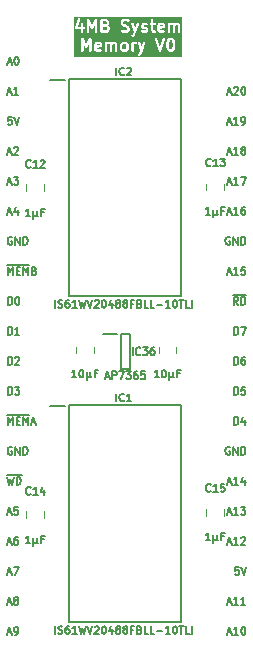
<source format=gto>
%TF.GenerationSoftware,KiCad,Pcbnew,8.0.7*%
%TF.CreationDate,2025-01-30T08:13:31+02:00*%
%TF.ProjectId,Memory 4MB,4d656d6f-7279-4203-944d-422e6b696361,V0*%
%TF.SameCoordinates,Original*%
%TF.FileFunction,Legend,Top*%
%TF.FilePolarity,Positive*%
%FSLAX46Y46*%
G04 Gerber Fmt 4.6, Leading zero omitted, Abs format (unit mm)*
G04 Created by KiCad (PCBNEW 8.0.7) date 2025-01-30 08:13:31*
%MOMM*%
%LPD*%
G01*
G04 APERTURE LIST*
%ADD10C,0.150000*%
%ADD11C,0.200000*%
%ADD12C,0.120000*%
G04 APERTURE END LIST*
D10*
X1725493Y-14921201D02*
X1665017Y-14890963D01*
X1665017Y-14890963D02*
X1574303Y-14890963D01*
X1574303Y-14890963D02*
X1483588Y-14921201D01*
X1483588Y-14921201D02*
X1423112Y-14981677D01*
X1423112Y-14981677D02*
X1392874Y-15042153D01*
X1392874Y-15042153D02*
X1362636Y-15163105D01*
X1362636Y-15163105D02*
X1362636Y-15253820D01*
X1362636Y-15253820D02*
X1392874Y-15374772D01*
X1392874Y-15374772D02*
X1423112Y-15435248D01*
X1423112Y-15435248D02*
X1483588Y-15495725D01*
X1483588Y-15495725D02*
X1574303Y-15525963D01*
X1574303Y-15525963D02*
X1634779Y-15525963D01*
X1634779Y-15525963D02*
X1725493Y-15495725D01*
X1725493Y-15495725D02*
X1755731Y-15465486D01*
X1755731Y-15465486D02*
X1755731Y-15253820D01*
X1755731Y-15253820D02*
X1634779Y-15253820D01*
X2027874Y-15525963D02*
X2027874Y-14890963D01*
X2027874Y-14890963D02*
X2390731Y-15525963D01*
X2390731Y-15525963D02*
X2390731Y-14890963D01*
X2693112Y-15525963D02*
X2693112Y-14890963D01*
X2693112Y-14890963D02*
X2844302Y-14890963D01*
X2844302Y-14890963D02*
X2935017Y-14921201D01*
X2935017Y-14921201D02*
X2995493Y-14981677D01*
X2995493Y-14981677D02*
X3025731Y-15042153D01*
X3025731Y-15042153D02*
X3055969Y-15163105D01*
X3055969Y-15163105D02*
X3055969Y-15253820D01*
X3055969Y-15253820D02*
X3025731Y-15374772D01*
X3025731Y-15374772D02*
X2995493Y-15435248D01*
X2995493Y-15435248D02*
X2935017Y-15495725D01*
X2935017Y-15495725D02*
X2844302Y-15525963D01*
X2844302Y-15525963D02*
X2693112Y-15525963D01*
X19985458Y-17884534D02*
X20287839Y-17884534D01*
X19924982Y-18065963D02*
X20136648Y-17430963D01*
X20136648Y-17430963D02*
X20348315Y-18065963D01*
X20892601Y-18065963D02*
X20529744Y-18065963D01*
X20711172Y-18065963D02*
X20711172Y-17430963D01*
X20711172Y-17430963D02*
X20650696Y-17521677D01*
X20650696Y-17521677D02*
X20590220Y-17582153D01*
X20590220Y-17582153D02*
X20529744Y-17612391D01*
X21467125Y-17430963D02*
X21164744Y-17430963D01*
X21164744Y-17430963D02*
X21134506Y-17733344D01*
X21134506Y-17733344D02*
X21164744Y-17703105D01*
X21164744Y-17703105D02*
X21225220Y-17672867D01*
X21225220Y-17672867D02*
X21376411Y-17672867D01*
X21376411Y-17672867D02*
X21436887Y-17703105D01*
X21436887Y-17703105D02*
X21467125Y-17733344D01*
X21467125Y-17733344D02*
X21497363Y-17793820D01*
X21497363Y-17793820D02*
X21497363Y-17945010D01*
X21497363Y-17945010D02*
X21467125Y-18005486D01*
X21467125Y-18005486D02*
X21436887Y-18035725D01*
X21436887Y-18035725D02*
X21376411Y-18065963D01*
X21376411Y-18065963D02*
X21225220Y-18065963D01*
X21225220Y-18065963D02*
X21164744Y-18035725D01*
X21164744Y-18035725D02*
X21134506Y-18005486D01*
X20529744Y-25685963D02*
X20529744Y-25050963D01*
X20529744Y-25050963D02*
X20680934Y-25050963D01*
X20680934Y-25050963D02*
X20771649Y-25081201D01*
X20771649Y-25081201D02*
X20832125Y-25141677D01*
X20832125Y-25141677D02*
X20862363Y-25202153D01*
X20862363Y-25202153D02*
X20892601Y-25323105D01*
X20892601Y-25323105D02*
X20892601Y-25413820D01*
X20892601Y-25413820D02*
X20862363Y-25534772D01*
X20862363Y-25534772D02*
X20832125Y-25595248D01*
X20832125Y-25595248D02*
X20771649Y-25655725D01*
X20771649Y-25655725D02*
X20680934Y-25685963D01*
X20680934Y-25685963D02*
X20529744Y-25685963D01*
X21436887Y-25050963D02*
X21315934Y-25050963D01*
X21315934Y-25050963D02*
X21255458Y-25081201D01*
X21255458Y-25081201D02*
X21225220Y-25111439D01*
X21225220Y-25111439D02*
X21164744Y-25202153D01*
X21164744Y-25202153D02*
X21134506Y-25323105D01*
X21134506Y-25323105D02*
X21134506Y-25565010D01*
X21134506Y-25565010D02*
X21164744Y-25625486D01*
X21164744Y-25625486D02*
X21194982Y-25655725D01*
X21194982Y-25655725D02*
X21255458Y-25685963D01*
X21255458Y-25685963D02*
X21376411Y-25685963D01*
X21376411Y-25685963D02*
X21436887Y-25655725D01*
X21436887Y-25655725D02*
X21467125Y-25625486D01*
X21467125Y-25625486D02*
X21497363Y-25565010D01*
X21497363Y-25565010D02*
X21497363Y-25413820D01*
X21497363Y-25413820D02*
X21467125Y-25353344D01*
X21467125Y-25353344D02*
X21436887Y-25323105D01*
X21436887Y-25323105D02*
X21376411Y-25292867D01*
X21376411Y-25292867D02*
X21255458Y-25292867D01*
X21255458Y-25292867D02*
X21194982Y-25323105D01*
X21194982Y-25323105D02*
X21164744Y-25353344D01*
X21164744Y-25353344D02*
X21134506Y-25413820D01*
X19985458Y-2644534D02*
X20287839Y-2644534D01*
X19924982Y-2825963D02*
X20136648Y-2190963D01*
X20136648Y-2190963D02*
X20348315Y-2825963D01*
X20529744Y-2251439D02*
X20559982Y-2221201D01*
X20559982Y-2221201D02*
X20620458Y-2190963D01*
X20620458Y-2190963D02*
X20771649Y-2190963D01*
X20771649Y-2190963D02*
X20832125Y-2221201D01*
X20832125Y-2221201D02*
X20862363Y-2251439D01*
X20862363Y-2251439D02*
X20892601Y-2311915D01*
X20892601Y-2311915D02*
X20892601Y-2372391D01*
X20892601Y-2372391D02*
X20862363Y-2463105D01*
X20862363Y-2463105D02*
X20499506Y-2825963D01*
X20499506Y-2825963D02*
X20892601Y-2825963D01*
X21285696Y-2190963D02*
X21346173Y-2190963D01*
X21346173Y-2190963D02*
X21406649Y-2221201D01*
X21406649Y-2221201D02*
X21436887Y-2251439D01*
X21436887Y-2251439D02*
X21467125Y-2311915D01*
X21467125Y-2311915D02*
X21497363Y-2432867D01*
X21497363Y-2432867D02*
X21497363Y-2584058D01*
X21497363Y-2584058D02*
X21467125Y-2705010D01*
X21467125Y-2705010D02*
X21436887Y-2765486D01*
X21436887Y-2765486D02*
X21406649Y-2795725D01*
X21406649Y-2795725D02*
X21346173Y-2825963D01*
X21346173Y-2825963D02*
X21285696Y-2825963D01*
X21285696Y-2825963D02*
X21225220Y-2795725D01*
X21225220Y-2795725D02*
X21194982Y-2765486D01*
X21194982Y-2765486D02*
X21164744Y-2705010D01*
X21164744Y-2705010D02*
X21134506Y-2584058D01*
X21134506Y-2584058D02*
X21134506Y-2432867D01*
X21134506Y-2432867D02*
X21164744Y-2311915D01*
X21164744Y-2311915D02*
X21194982Y-2251439D01*
X21194982Y-2251439D02*
X21225220Y-2221201D01*
X21225220Y-2221201D02*
X21285696Y-2190963D01*
X19985458Y-12804534D02*
X20287839Y-12804534D01*
X19924982Y-12985963D02*
X20136648Y-12350963D01*
X20136648Y-12350963D02*
X20348315Y-12985963D01*
X20892601Y-12985963D02*
X20529744Y-12985963D01*
X20711172Y-12985963D02*
X20711172Y-12350963D01*
X20711172Y-12350963D02*
X20650696Y-12441677D01*
X20650696Y-12441677D02*
X20590220Y-12502153D01*
X20590220Y-12502153D02*
X20529744Y-12532391D01*
X21436887Y-12350963D02*
X21315934Y-12350963D01*
X21315934Y-12350963D02*
X21255458Y-12381201D01*
X21255458Y-12381201D02*
X21225220Y-12411439D01*
X21225220Y-12411439D02*
X21164744Y-12502153D01*
X21164744Y-12502153D02*
X21134506Y-12623105D01*
X21134506Y-12623105D02*
X21134506Y-12865010D01*
X21134506Y-12865010D02*
X21164744Y-12925486D01*
X21164744Y-12925486D02*
X21194982Y-12955725D01*
X21194982Y-12955725D02*
X21255458Y-12985963D01*
X21255458Y-12985963D02*
X21376411Y-12985963D01*
X21376411Y-12985963D02*
X21436887Y-12955725D01*
X21436887Y-12955725D02*
X21467125Y-12925486D01*
X21467125Y-12925486D02*
X21497363Y-12865010D01*
X21497363Y-12865010D02*
X21497363Y-12713820D01*
X21497363Y-12713820D02*
X21467125Y-12653344D01*
X21467125Y-12653344D02*
X21436887Y-12623105D01*
X21436887Y-12623105D02*
X21376411Y-12592867D01*
X21376411Y-12592867D02*
X21255458Y-12592867D01*
X21255458Y-12592867D02*
X21194982Y-12623105D01*
X21194982Y-12623105D02*
X21164744Y-12653344D01*
X21164744Y-12653344D02*
X21134506Y-12713820D01*
X1392874Y-28225963D02*
X1392874Y-27590963D01*
X1392874Y-27590963D02*
X1544064Y-27590963D01*
X1544064Y-27590963D02*
X1634779Y-27621201D01*
X1634779Y-27621201D02*
X1695255Y-27681677D01*
X1695255Y-27681677D02*
X1725493Y-27742153D01*
X1725493Y-27742153D02*
X1755731Y-27863105D01*
X1755731Y-27863105D02*
X1755731Y-27953820D01*
X1755731Y-27953820D02*
X1725493Y-28074772D01*
X1725493Y-28074772D02*
X1695255Y-28135248D01*
X1695255Y-28135248D02*
X1634779Y-28195725D01*
X1634779Y-28195725D02*
X1544064Y-28225963D01*
X1544064Y-28225963D02*
X1392874Y-28225963D01*
X1967398Y-27590963D02*
X2360493Y-27590963D01*
X2360493Y-27590963D02*
X2148826Y-27832867D01*
X2148826Y-27832867D02*
X2239541Y-27832867D01*
X2239541Y-27832867D02*
X2300017Y-27863105D01*
X2300017Y-27863105D02*
X2330255Y-27893344D01*
X2330255Y-27893344D02*
X2360493Y-27953820D01*
X2360493Y-27953820D02*
X2360493Y-28105010D01*
X2360493Y-28105010D02*
X2330255Y-28165486D01*
X2330255Y-28165486D02*
X2300017Y-28195725D01*
X2300017Y-28195725D02*
X2239541Y-28225963D01*
X2239541Y-28225963D02*
X2058112Y-28225963D01*
X2058112Y-28225963D02*
X1997636Y-28195725D01*
X1997636Y-28195725D02*
X1967398Y-28165486D01*
X20862363Y-20605963D02*
X20650696Y-20303582D01*
X20499506Y-20605963D02*
X20499506Y-19970963D01*
X20499506Y-19970963D02*
X20741411Y-19970963D01*
X20741411Y-19970963D02*
X20801887Y-20001201D01*
X20801887Y-20001201D02*
X20832125Y-20031439D01*
X20832125Y-20031439D02*
X20862363Y-20091915D01*
X20862363Y-20091915D02*
X20862363Y-20182629D01*
X20862363Y-20182629D02*
X20832125Y-20243105D01*
X20832125Y-20243105D02*
X20801887Y-20273344D01*
X20801887Y-20273344D02*
X20741411Y-20303582D01*
X20741411Y-20303582D02*
X20499506Y-20303582D01*
X21134506Y-20605963D02*
X21134506Y-19970963D01*
X21134506Y-19970963D02*
X21285696Y-19970963D01*
X21285696Y-19970963D02*
X21376411Y-20001201D01*
X21376411Y-20001201D02*
X21436887Y-20061677D01*
X21436887Y-20061677D02*
X21467125Y-20122153D01*
X21467125Y-20122153D02*
X21497363Y-20243105D01*
X21497363Y-20243105D02*
X21497363Y-20333820D01*
X21497363Y-20333820D02*
X21467125Y-20454772D01*
X21467125Y-20454772D02*
X21436887Y-20515248D01*
X21436887Y-20515248D02*
X21376411Y-20575725D01*
X21376411Y-20575725D02*
X21285696Y-20605963D01*
X21285696Y-20605963D02*
X21134506Y-20605963D01*
X20411816Y-19794675D02*
X21554816Y-19794675D01*
X1362636Y-2644534D02*
X1665017Y-2644534D01*
X1302160Y-2825963D02*
X1513826Y-2190963D01*
X1513826Y-2190963D02*
X1725493Y-2825963D01*
X2269779Y-2825963D02*
X1906922Y-2825963D01*
X2088350Y-2825963D02*
X2088350Y-2190963D01*
X2088350Y-2190963D02*
X2027874Y-2281677D01*
X2027874Y-2281677D02*
X1967398Y-2342153D01*
X1967398Y-2342153D02*
X1906922Y-2372391D01*
X19985458Y-48364534D02*
X20287839Y-48364534D01*
X19924982Y-48545963D02*
X20136648Y-47910963D01*
X20136648Y-47910963D02*
X20348315Y-48545963D01*
X20892601Y-48545963D02*
X20529744Y-48545963D01*
X20711172Y-48545963D02*
X20711172Y-47910963D01*
X20711172Y-47910963D02*
X20650696Y-48001677D01*
X20650696Y-48001677D02*
X20590220Y-48062153D01*
X20590220Y-48062153D02*
X20529744Y-48092391D01*
X21285696Y-47910963D02*
X21346173Y-47910963D01*
X21346173Y-47910963D02*
X21406649Y-47941201D01*
X21406649Y-47941201D02*
X21436887Y-47971439D01*
X21436887Y-47971439D02*
X21467125Y-48031915D01*
X21467125Y-48031915D02*
X21497363Y-48152867D01*
X21497363Y-48152867D02*
X21497363Y-48304058D01*
X21497363Y-48304058D02*
X21467125Y-48425010D01*
X21467125Y-48425010D02*
X21436887Y-48485486D01*
X21436887Y-48485486D02*
X21406649Y-48515725D01*
X21406649Y-48515725D02*
X21346173Y-48545963D01*
X21346173Y-48545963D02*
X21285696Y-48545963D01*
X21285696Y-48545963D02*
X21225220Y-48515725D01*
X21225220Y-48515725D02*
X21194982Y-48485486D01*
X21194982Y-48485486D02*
X21164744Y-48425010D01*
X21164744Y-48425010D02*
X21134506Y-48304058D01*
X21134506Y-48304058D02*
X21134506Y-48152867D01*
X21134506Y-48152867D02*
X21164744Y-48031915D01*
X21164744Y-48031915D02*
X21194982Y-47971439D01*
X21194982Y-47971439D02*
X21225220Y-47941201D01*
X21225220Y-47941201D02*
X21285696Y-47910963D01*
X1392874Y-20605963D02*
X1392874Y-19970963D01*
X1392874Y-19970963D02*
X1544064Y-19970963D01*
X1544064Y-19970963D02*
X1634779Y-20001201D01*
X1634779Y-20001201D02*
X1695255Y-20061677D01*
X1695255Y-20061677D02*
X1725493Y-20122153D01*
X1725493Y-20122153D02*
X1755731Y-20243105D01*
X1755731Y-20243105D02*
X1755731Y-20333820D01*
X1755731Y-20333820D02*
X1725493Y-20454772D01*
X1725493Y-20454772D02*
X1695255Y-20515248D01*
X1695255Y-20515248D02*
X1634779Y-20575725D01*
X1634779Y-20575725D02*
X1544064Y-20605963D01*
X1544064Y-20605963D02*
X1392874Y-20605963D01*
X2148826Y-19970963D02*
X2209303Y-19970963D01*
X2209303Y-19970963D02*
X2269779Y-20001201D01*
X2269779Y-20001201D02*
X2300017Y-20031439D01*
X2300017Y-20031439D02*
X2330255Y-20091915D01*
X2330255Y-20091915D02*
X2360493Y-20212867D01*
X2360493Y-20212867D02*
X2360493Y-20364058D01*
X2360493Y-20364058D02*
X2330255Y-20485010D01*
X2330255Y-20485010D02*
X2300017Y-20545486D01*
X2300017Y-20545486D02*
X2269779Y-20575725D01*
X2269779Y-20575725D02*
X2209303Y-20605963D01*
X2209303Y-20605963D02*
X2148826Y-20605963D01*
X2148826Y-20605963D02*
X2088350Y-20575725D01*
X2088350Y-20575725D02*
X2058112Y-20545486D01*
X2058112Y-20545486D02*
X2027874Y-20485010D01*
X2027874Y-20485010D02*
X1997636Y-20364058D01*
X1997636Y-20364058D02*
X1997636Y-20212867D01*
X1997636Y-20212867D02*
X2027874Y-20091915D01*
X2027874Y-20091915D02*
X2058112Y-20031439D01*
X2058112Y-20031439D02*
X2088350Y-20001201D01*
X2088350Y-20001201D02*
X2148826Y-19970963D01*
X19985458Y-38204534D02*
X20287839Y-38204534D01*
X19924982Y-38385963D02*
X20136648Y-37750963D01*
X20136648Y-37750963D02*
X20348315Y-38385963D01*
X20892601Y-38385963D02*
X20529744Y-38385963D01*
X20711172Y-38385963D02*
X20711172Y-37750963D01*
X20711172Y-37750963D02*
X20650696Y-37841677D01*
X20650696Y-37841677D02*
X20590220Y-37902153D01*
X20590220Y-37902153D02*
X20529744Y-37932391D01*
X21104268Y-37750963D02*
X21497363Y-37750963D01*
X21497363Y-37750963D02*
X21285696Y-37992867D01*
X21285696Y-37992867D02*
X21376411Y-37992867D01*
X21376411Y-37992867D02*
X21436887Y-38023105D01*
X21436887Y-38023105D02*
X21467125Y-38053344D01*
X21467125Y-38053344D02*
X21497363Y-38113820D01*
X21497363Y-38113820D02*
X21497363Y-38265010D01*
X21497363Y-38265010D02*
X21467125Y-38325486D01*
X21467125Y-38325486D02*
X21436887Y-38355725D01*
X21436887Y-38355725D02*
X21376411Y-38385963D01*
X21376411Y-38385963D02*
X21194982Y-38385963D01*
X21194982Y-38385963D02*
X21134506Y-38355725D01*
X21134506Y-38355725D02*
X21104268Y-38325486D01*
X20166887Y-14921201D02*
X20106411Y-14890963D01*
X20106411Y-14890963D02*
X20015697Y-14890963D01*
X20015697Y-14890963D02*
X19924982Y-14921201D01*
X19924982Y-14921201D02*
X19864506Y-14981677D01*
X19864506Y-14981677D02*
X19834268Y-15042153D01*
X19834268Y-15042153D02*
X19804030Y-15163105D01*
X19804030Y-15163105D02*
X19804030Y-15253820D01*
X19804030Y-15253820D02*
X19834268Y-15374772D01*
X19834268Y-15374772D02*
X19864506Y-15435248D01*
X19864506Y-15435248D02*
X19924982Y-15495725D01*
X19924982Y-15495725D02*
X20015697Y-15525963D01*
X20015697Y-15525963D02*
X20076173Y-15525963D01*
X20076173Y-15525963D02*
X20166887Y-15495725D01*
X20166887Y-15495725D02*
X20197125Y-15465486D01*
X20197125Y-15465486D02*
X20197125Y-15253820D01*
X20197125Y-15253820D02*
X20076173Y-15253820D01*
X20469268Y-15525963D02*
X20469268Y-14890963D01*
X20469268Y-14890963D02*
X20832125Y-15525963D01*
X20832125Y-15525963D02*
X20832125Y-14890963D01*
X21134506Y-15525963D02*
X21134506Y-14890963D01*
X21134506Y-14890963D02*
X21285696Y-14890963D01*
X21285696Y-14890963D02*
X21376411Y-14921201D01*
X21376411Y-14921201D02*
X21436887Y-14981677D01*
X21436887Y-14981677D02*
X21467125Y-15042153D01*
X21467125Y-15042153D02*
X21497363Y-15163105D01*
X21497363Y-15163105D02*
X21497363Y-15253820D01*
X21497363Y-15253820D02*
X21467125Y-15374772D01*
X21467125Y-15374772D02*
X21436887Y-15435248D01*
X21436887Y-15435248D02*
X21376411Y-15495725D01*
X21376411Y-15495725D02*
X21285696Y-15525963D01*
X21285696Y-15525963D02*
X21134506Y-15525963D01*
X1332398Y-35210963D02*
X1483588Y-35845963D01*
X1483588Y-35845963D02*
X1604541Y-35392391D01*
X1604541Y-35392391D02*
X1725493Y-35845963D01*
X1725493Y-35845963D02*
X1876684Y-35210963D01*
X2118588Y-35845963D02*
X2118588Y-35210963D01*
X2118588Y-35210963D02*
X2269778Y-35210963D01*
X2269778Y-35210963D02*
X2360493Y-35241201D01*
X2360493Y-35241201D02*
X2420969Y-35301677D01*
X2420969Y-35301677D02*
X2451207Y-35362153D01*
X2451207Y-35362153D02*
X2481445Y-35483105D01*
X2481445Y-35483105D02*
X2481445Y-35573820D01*
X2481445Y-35573820D02*
X2451207Y-35694772D01*
X2451207Y-35694772D02*
X2420969Y-35755248D01*
X2420969Y-35755248D02*
X2360493Y-35815725D01*
X2360493Y-35815725D02*
X2269778Y-35845963D01*
X2269778Y-35845963D02*
X2118588Y-35845963D01*
X1305184Y-35034675D02*
X2538898Y-35034675D01*
X1695255Y-4730963D02*
X1392874Y-4730963D01*
X1392874Y-4730963D02*
X1362636Y-5033344D01*
X1362636Y-5033344D02*
X1392874Y-5003105D01*
X1392874Y-5003105D02*
X1453350Y-4972867D01*
X1453350Y-4972867D02*
X1604541Y-4972867D01*
X1604541Y-4972867D02*
X1665017Y-5003105D01*
X1665017Y-5003105D02*
X1695255Y-5033344D01*
X1695255Y-5033344D02*
X1725493Y-5093820D01*
X1725493Y-5093820D02*
X1725493Y-5245010D01*
X1725493Y-5245010D02*
X1695255Y-5305486D01*
X1695255Y-5305486D02*
X1665017Y-5335725D01*
X1665017Y-5335725D02*
X1604541Y-5365963D01*
X1604541Y-5365963D02*
X1453350Y-5365963D01*
X1453350Y-5365963D02*
X1392874Y-5335725D01*
X1392874Y-5335725D02*
X1362636Y-5305486D01*
X1906922Y-4730963D02*
X2118588Y-5365963D01*
X2118588Y-5365963D02*
X2330255Y-4730963D01*
X1362636Y-10264534D02*
X1665017Y-10264534D01*
X1302160Y-10445963D02*
X1513826Y-9810963D01*
X1513826Y-9810963D02*
X1725493Y-10445963D01*
X1876684Y-9810963D02*
X2269779Y-9810963D01*
X2269779Y-9810963D02*
X2058112Y-10052867D01*
X2058112Y-10052867D02*
X2148827Y-10052867D01*
X2148827Y-10052867D02*
X2209303Y-10083105D01*
X2209303Y-10083105D02*
X2239541Y-10113344D01*
X2239541Y-10113344D02*
X2269779Y-10173820D01*
X2269779Y-10173820D02*
X2269779Y-10325010D01*
X2269779Y-10325010D02*
X2239541Y-10385486D01*
X2239541Y-10385486D02*
X2209303Y-10415725D01*
X2209303Y-10415725D02*
X2148827Y-10445963D01*
X2148827Y-10445963D02*
X1967398Y-10445963D01*
X1967398Y-10445963D02*
X1906922Y-10415725D01*
X1906922Y-10415725D02*
X1876684Y-10385486D01*
X20922839Y-42830963D02*
X20620458Y-42830963D01*
X20620458Y-42830963D02*
X20590220Y-43133344D01*
X20590220Y-43133344D02*
X20620458Y-43103105D01*
X20620458Y-43103105D02*
X20680934Y-43072867D01*
X20680934Y-43072867D02*
X20832125Y-43072867D01*
X20832125Y-43072867D02*
X20892601Y-43103105D01*
X20892601Y-43103105D02*
X20922839Y-43133344D01*
X20922839Y-43133344D02*
X20953077Y-43193820D01*
X20953077Y-43193820D02*
X20953077Y-43345010D01*
X20953077Y-43345010D02*
X20922839Y-43405486D01*
X20922839Y-43405486D02*
X20892601Y-43435725D01*
X20892601Y-43435725D02*
X20832125Y-43465963D01*
X20832125Y-43465963D02*
X20680934Y-43465963D01*
X20680934Y-43465963D02*
X20620458Y-43435725D01*
X20620458Y-43435725D02*
X20590220Y-43405486D01*
X21134506Y-42830963D02*
X21346172Y-43465963D01*
X21346172Y-43465963D02*
X21557839Y-42830963D01*
X19985458Y-7724534D02*
X20287839Y-7724534D01*
X19924982Y-7905963D02*
X20136648Y-7270963D01*
X20136648Y-7270963D02*
X20348315Y-7905963D01*
X20892601Y-7905963D02*
X20529744Y-7905963D01*
X20711172Y-7905963D02*
X20711172Y-7270963D01*
X20711172Y-7270963D02*
X20650696Y-7361677D01*
X20650696Y-7361677D02*
X20590220Y-7422153D01*
X20590220Y-7422153D02*
X20529744Y-7452391D01*
X21255458Y-7543105D02*
X21194982Y-7512867D01*
X21194982Y-7512867D02*
X21164744Y-7482629D01*
X21164744Y-7482629D02*
X21134506Y-7422153D01*
X21134506Y-7422153D02*
X21134506Y-7391915D01*
X21134506Y-7391915D02*
X21164744Y-7331439D01*
X21164744Y-7331439D02*
X21194982Y-7301201D01*
X21194982Y-7301201D02*
X21255458Y-7270963D01*
X21255458Y-7270963D02*
X21376411Y-7270963D01*
X21376411Y-7270963D02*
X21436887Y-7301201D01*
X21436887Y-7301201D02*
X21467125Y-7331439D01*
X21467125Y-7331439D02*
X21497363Y-7391915D01*
X21497363Y-7391915D02*
X21497363Y-7422153D01*
X21497363Y-7422153D02*
X21467125Y-7482629D01*
X21467125Y-7482629D02*
X21436887Y-7512867D01*
X21436887Y-7512867D02*
X21376411Y-7543105D01*
X21376411Y-7543105D02*
X21255458Y-7543105D01*
X21255458Y-7543105D02*
X21194982Y-7573344D01*
X21194982Y-7573344D02*
X21164744Y-7603582D01*
X21164744Y-7603582D02*
X21134506Y-7664058D01*
X21134506Y-7664058D02*
X21134506Y-7785010D01*
X21134506Y-7785010D02*
X21164744Y-7845486D01*
X21164744Y-7845486D02*
X21194982Y-7875725D01*
X21194982Y-7875725D02*
X21255458Y-7905963D01*
X21255458Y-7905963D02*
X21376411Y-7905963D01*
X21376411Y-7905963D02*
X21436887Y-7875725D01*
X21436887Y-7875725D02*
X21467125Y-7845486D01*
X21467125Y-7845486D02*
X21497363Y-7785010D01*
X21497363Y-7785010D02*
X21497363Y-7664058D01*
X21497363Y-7664058D02*
X21467125Y-7603582D01*
X21467125Y-7603582D02*
X21436887Y-7573344D01*
X21436887Y-7573344D02*
X21376411Y-7543105D01*
X19985458Y-10264534D02*
X20287839Y-10264534D01*
X19924982Y-10445963D02*
X20136648Y-9810963D01*
X20136648Y-9810963D02*
X20348315Y-10445963D01*
X20892601Y-10445963D02*
X20529744Y-10445963D01*
X20711172Y-10445963D02*
X20711172Y-9810963D01*
X20711172Y-9810963D02*
X20650696Y-9901677D01*
X20650696Y-9901677D02*
X20590220Y-9962153D01*
X20590220Y-9962153D02*
X20529744Y-9992391D01*
X21104268Y-9810963D02*
X21527601Y-9810963D01*
X21527601Y-9810963D02*
X21255458Y-10445963D01*
X1362636Y-38204534D02*
X1665017Y-38204534D01*
X1302160Y-38385963D02*
X1513826Y-37750963D01*
X1513826Y-37750963D02*
X1725493Y-38385963D01*
X2239541Y-37750963D02*
X1937160Y-37750963D01*
X1937160Y-37750963D02*
X1906922Y-38053344D01*
X1906922Y-38053344D02*
X1937160Y-38023105D01*
X1937160Y-38023105D02*
X1997636Y-37992867D01*
X1997636Y-37992867D02*
X2148827Y-37992867D01*
X2148827Y-37992867D02*
X2209303Y-38023105D01*
X2209303Y-38023105D02*
X2239541Y-38053344D01*
X2239541Y-38053344D02*
X2269779Y-38113820D01*
X2269779Y-38113820D02*
X2269779Y-38265010D01*
X2269779Y-38265010D02*
X2239541Y-38325486D01*
X2239541Y-38325486D02*
X2209303Y-38355725D01*
X2209303Y-38355725D02*
X2148827Y-38385963D01*
X2148827Y-38385963D02*
X1997636Y-38385963D01*
X1997636Y-38385963D02*
X1937160Y-38355725D01*
X1937160Y-38355725D02*
X1906922Y-38325486D01*
X20529744Y-28225963D02*
X20529744Y-27590963D01*
X20529744Y-27590963D02*
X20680934Y-27590963D01*
X20680934Y-27590963D02*
X20771649Y-27621201D01*
X20771649Y-27621201D02*
X20832125Y-27681677D01*
X20832125Y-27681677D02*
X20862363Y-27742153D01*
X20862363Y-27742153D02*
X20892601Y-27863105D01*
X20892601Y-27863105D02*
X20892601Y-27953820D01*
X20892601Y-27953820D02*
X20862363Y-28074772D01*
X20862363Y-28074772D02*
X20832125Y-28135248D01*
X20832125Y-28135248D02*
X20771649Y-28195725D01*
X20771649Y-28195725D02*
X20680934Y-28225963D01*
X20680934Y-28225963D02*
X20529744Y-28225963D01*
X21467125Y-27590963D02*
X21164744Y-27590963D01*
X21164744Y-27590963D02*
X21134506Y-27893344D01*
X21134506Y-27893344D02*
X21164744Y-27863105D01*
X21164744Y-27863105D02*
X21225220Y-27832867D01*
X21225220Y-27832867D02*
X21376411Y-27832867D01*
X21376411Y-27832867D02*
X21436887Y-27863105D01*
X21436887Y-27863105D02*
X21467125Y-27893344D01*
X21467125Y-27893344D02*
X21497363Y-27953820D01*
X21497363Y-27953820D02*
X21497363Y-28105010D01*
X21497363Y-28105010D02*
X21467125Y-28165486D01*
X21467125Y-28165486D02*
X21436887Y-28195725D01*
X21436887Y-28195725D02*
X21376411Y-28225963D01*
X21376411Y-28225963D02*
X21225220Y-28225963D01*
X21225220Y-28225963D02*
X21164744Y-28195725D01*
X21164744Y-28195725D02*
X21134506Y-28165486D01*
X1392874Y-25685963D02*
X1392874Y-25050963D01*
X1392874Y-25050963D02*
X1544064Y-25050963D01*
X1544064Y-25050963D02*
X1634779Y-25081201D01*
X1634779Y-25081201D02*
X1695255Y-25141677D01*
X1695255Y-25141677D02*
X1725493Y-25202153D01*
X1725493Y-25202153D02*
X1755731Y-25323105D01*
X1755731Y-25323105D02*
X1755731Y-25413820D01*
X1755731Y-25413820D02*
X1725493Y-25534772D01*
X1725493Y-25534772D02*
X1695255Y-25595248D01*
X1695255Y-25595248D02*
X1634779Y-25655725D01*
X1634779Y-25655725D02*
X1544064Y-25685963D01*
X1544064Y-25685963D02*
X1392874Y-25685963D01*
X1997636Y-25111439D02*
X2027874Y-25081201D01*
X2027874Y-25081201D02*
X2088350Y-25050963D01*
X2088350Y-25050963D02*
X2239541Y-25050963D01*
X2239541Y-25050963D02*
X2300017Y-25081201D01*
X2300017Y-25081201D02*
X2330255Y-25111439D01*
X2330255Y-25111439D02*
X2360493Y-25171915D01*
X2360493Y-25171915D02*
X2360493Y-25232391D01*
X2360493Y-25232391D02*
X2330255Y-25323105D01*
X2330255Y-25323105D02*
X1967398Y-25685963D01*
X1967398Y-25685963D02*
X2360493Y-25685963D01*
X19960058Y-5184534D02*
X20262439Y-5184534D01*
X19899582Y-5365963D02*
X20111248Y-4730963D01*
X20111248Y-4730963D02*
X20322915Y-5365963D01*
X20867201Y-5365963D02*
X20504344Y-5365963D01*
X20685772Y-5365963D02*
X20685772Y-4730963D01*
X20685772Y-4730963D02*
X20625296Y-4821677D01*
X20625296Y-4821677D02*
X20564820Y-4882153D01*
X20564820Y-4882153D02*
X20504344Y-4912391D01*
X21169582Y-5365963D02*
X21290534Y-5365963D01*
X21290534Y-5365963D02*
X21351011Y-5335725D01*
X21351011Y-5335725D02*
X21381249Y-5305486D01*
X21381249Y-5305486D02*
X21441725Y-5214772D01*
X21441725Y-5214772D02*
X21471963Y-5093820D01*
X21471963Y-5093820D02*
X21471963Y-4851915D01*
X21471963Y-4851915D02*
X21441725Y-4791439D01*
X21441725Y-4791439D02*
X21411487Y-4761201D01*
X21411487Y-4761201D02*
X21351011Y-4730963D01*
X21351011Y-4730963D02*
X21230058Y-4730963D01*
X21230058Y-4730963D02*
X21169582Y-4761201D01*
X21169582Y-4761201D02*
X21139344Y-4791439D01*
X21139344Y-4791439D02*
X21109106Y-4851915D01*
X21109106Y-4851915D02*
X21109106Y-5003105D01*
X21109106Y-5003105D02*
X21139344Y-5063582D01*
X21139344Y-5063582D02*
X21169582Y-5093820D01*
X21169582Y-5093820D02*
X21230058Y-5124058D01*
X21230058Y-5124058D02*
X21351011Y-5124058D01*
X21351011Y-5124058D02*
X21411487Y-5093820D01*
X21411487Y-5093820D02*
X21441725Y-5063582D01*
X21441725Y-5063582D02*
X21471963Y-5003105D01*
X20529744Y-23145963D02*
X20529744Y-22510963D01*
X20529744Y-22510963D02*
X20680934Y-22510963D01*
X20680934Y-22510963D02*
X20771649Y-22541201D01*
X20771649Y-22541201D02*
X20832125Y-22601677D01*
X20832125Y-22601677D02*
X20862363Y-22662153D01*
X20862363Y-22662153D02*
X20892601Y-22783105D01*
X20892601Y-22783105D02*
X20892601Y-22873820D01*
X20892601Y-22873820D02*
X20862363Y-22994772D01*
X20862363Y-22994772D02*
X20832125Y-23055248D01*
X20832125Y-23055248D02*
X20771649Y-23115725D01*
X20771649Y-23115725D02*
X20680934Y-23145963D01*
X20680934Y-23145963D02*
X20529744Y-23145963D01*
X21104268Y-22510963D02*
X21527601Y-22510963D01*
X21527601Y-22510963D02*
X21255458Y-23145963D01*
X1392874Y-18065963D02*
X1392874Y-17430963D01*
X1392874Y-17430963D02*
X1604541Y-17884534D01*
X1604541Y-17884534D02*
X1816207Y-17430963D01*
X1816207Y-17430963D02*
X1816207Y-18065963D01*
X2118588Y-17733344D02*
X2330255Y-17733344D01*
X2420969Y-18065963D02*
X2118588Y-18065963D01*
X2118588Y-18065963D02*
X2118588Y-17430963D01*
X2118588Y-17430963D02*
X2420969Y-17430963D01*
X2693112Y-18065963D02*
X2693112Y-17430963D01*
X2693112Y-17430963D02*
X2904779Y-17884534D01*
X2904779Y-17884534D02*
X3116445Y-17430963D01*
X3116445Y-17430963D02*
X3116445Y-18065963D01*
X1305184Y-17254675D02*
X3204136Y-17254675D01*
X3630493Y-17733344D02*
X3721207Y-17763582D01*
X3721207Y-17763582D02*
X3751445Y-17793820D01*
X3751445Y-17793820D02*
X3781683Y-17854296D01*
X3781683Y-17854296D02*
X3781683Y-17945010D01*
X3781683Y-17945010D02*
X3751445Y-18005486D01*
X3751445Y-18005486D02*
X3721207Y-18035725D01*
X3721207Y-18035725D02*
X3660731Y-18065963D01*
X3660731Y-18065963D02*
X3418826Y-18065963D01*
X3418826Y-18065963D02*
X3418826Y-17430963D01*
X3418826Y-17430963D02*
X3630493Y-17430963D01*
X3630493Y-17430963D02*
X3690969Y-17461201D01*
X3690969Y-17461201D02*
X3721207Y-17491439D01*
X3721207Y-17491439D02*
X3751445Y-17551915D01*
X3751445Y-17551915D02*
X3751445Y-17612391D01*
X3751445Y-17612391D02*
X3721207Y-17672867D01*
X3721207Y-17672867D02*
X3690969Y-17703105D01*
X3690969Y-17703105D02*
X3630493Y-17733344D01*
X3630493Y-17733344D02*
X3418826Y-17733344D01*
X20529744Y-30765963D02*
X20529744Y-30130963D01*
X20529744Y-30130963D02*
X20680934Y-30130963D01*
X20680934Y-30130963D02*
X20771649Y-30161201D01*
X20771649Y-30161201D02*
X20832125Y-30221677D01*
X20832125Y-30221677D02*
X20862363Y-30282153D01*
X20862363Y-30282153D02*
X20892601Y-30403105D01*
X20892601Y-30403105D02*
X20892601Y-30493820D01*
X20892601Y-30493820D02*
X20862363Y-30614772D01*
X20862363Y-30614772D02*
X20832125Y-30675248D01*
X20832125Y-30675248D02*
X20771649Y-30735725D01*
X20771649Y-30735725D02*
X20680934Y-30765963D01*
X20680934Y-30765963D02*
X20529744Y-30765963D01*
X21436887Y-30342629D02*
X21436887Y-30765963D01*
X21285696Y-30100725D02*
X21134506Y-30554296D01*
X21134506Y-30554296D02*
X21527601Y-30554296D01*
X1388036Y-104534D02*
X1690417Y-104534D01*
X1327560Y-285963D02*
X1539226Y349036D01*
X1539226Y349036D02*
X1750893Y-285963D01*
X2083512Y349036D02*
X2143989Y349036D01*
X2143989Y349036D02*
X2204465Y318798D01*
X2204465Y318798D02*
X2234703Y288560D01*
X2234703Y288560D02*
X2264941Y228084D01*
X2264941Y228084D02*
X2295179Y107132D01*
X2295179Y107132D02*
X2295179Y-44058D01*
X2295179Y-44058D02*
X2264941Y-165010D01*
X2264941Y-165010D02*
X2234703Y-225486D01*
X2234703Y-225486D02*
X2204465Y-255725D01*
X2204465Y-255725D02*
X2143989Y-285963D01*
X2143989Y-285963D02*
X2083512Y-285963D01*
X2083512Y-285963D02*
X2023036Y-255725D01*
X2023036Y-255725D02*
X1992798Y-225486D01*
X1992798Y-225486D02*
X1962560Y-165010D01*
X1962560Y-165010D02*
X1932322Y-44058D01*
X1932322Y-44058D02*
X1932322Y107132D01*
X1932322Y107132D02*
X1962560Y228084D01*
X1962560Y228084D02*
X1992798Y288560D01*
X1992798Y288560D02*
X2023036Y318798D01*
X2023036Y318798D02*
X2083512Y349036D01*
X1392874Y-30765963D02*
X1392874Y-30130963D01*
X1392874Y-30130963D02*
X1604541Y-30584534D01*
X1604541Y-30584534D02*
X1816207Y-30130963D01*
X1816207Y-30130963D02*
X1816207Y-30765963D01*
X2118588Y-30433344D02*
X2330255Y-30433344D01*
X2420969Y-30765963D02*
X2118588Y-30765963D01*
X2118588Y-30765963D02*
X2118588Y-30130963D01*
X2118588Y-30130963D02*
X2420969Y-30130963D01*
X2693112Y-30765963D02*
X2693112Y-30130963D01*
X2693112Y-30130963D02*
X2904779Y-30584534D01*
X2904779Y-30584534D02*
X3116445Y-30130963D01*
X3116445Y-30130963D02*
X3116445Y-30765963D01*
X1305184Y-29954675D02*
X3204136Y-29954675D01*
X3388588Y-30584534D02*
X3690969Y-30584534D01*
X3328112Y-30765963D02*
X3539778Y-30130963D01*
X3539778Y-30130963D02*
X3751445Y-30765963D01*
X1392874Y-23145963D02*
X1392874Y-22510963D01*
X1392874Y-22510963D02*
X1544064Y-22510963D01*
X1544064Y-22510963D02*
X1634779Y-22541201D01*
X1634779Y-22541201D02*
X1695255Y-22601677D01*
X1695255Y-22601677D02*
X1725493Y-22662153D01*
X1725493Y-22662153D02*
X1755731Y-22783105D01*
X1755731Y-22783105D02*
X1755731Y-22873820D01*
X1755731Y-22873820D02*
X1725493Y-22994772D01*
X1725493Y-22994772D02*
X1695255Y-23055248D01*
X1695255Y-23055248D02*
X1634779Y-23115725D01*
X1634779Y-23115725D02*
X1544064Y-23145963D01*
X1544064Y-23145963D02*
X1392874Y-23145963D01*
X2360493Y-23145963D02*
X1997636Y-23145963D01*
X2179064Y-23145963D02*
X2179064Y-22510963D01*
X2179064Y-22510963D02*
X2118588Y-22601677D01*
X2118588Y-22601677D02*
X2058112Y-22662153D01*
X2058112Y-22662153D02*
X1997636Y-22692391D01*
X19985458Y-35664534D02*
X20287839Y-35664534D01*
X19924982Y-35845963D02*
X20136648Y-35210963D01*
X20136648Y-35210963D02*
X20348315Y-35845963D01*
X20892601Y-35845963D02*
X20529744Y-35845963D01*
X20711172Y-35845963D02*
X20711172Y-35210963D01*
X20711172Y-35210963D02*
X20650696Y-35301677D01*
X20650696Y-35301677D02*
X20590220Y-35362153D01*
X20590220Y-35362153D02*
X20529744Y-35392391D01*
X21436887Y-35422629D02*
X21436887Y-35845963D01*
X21285696Y-35180725D02*
X21134506Y-35634296D01*
X21134506Y-35634296D02*
X21527601Y-35634296D01*
X1725493Y-32701201D02*
X1665017Y-32670963D01*
X1665017Y-32670963D02*
X1574303Y-32670963D01*
X1574303Y-32670963D02*
X1483588Y-32701201D01*
X1483588Y-32701201D02*
X1423112Y-32761677D01*
X1423112Y-32761677D02*
X1392874Y-32822153D01*
X1392874Y-32822153D02*
X1362636Y-32943105D01*
X1362636Y-32943105D02*
X1362636Y-33033820D01*
X1362636Y-33033820D02*
X1392874Y-33154772D01*
X1392874Y-33154772D02*
X1423112Y-33215248D01*
X1423112Y-33215248D02*
X1483588Y-33275725D01*
X1483588Y-33275725D02*
X1574303Y-33305963D01*
X1574303Y-33305963D02*
X1634779Y-33305963D01*
X1634779Y-33305963D02*
X1725493Y-33275725D01*
X1725493Y-33275725D02*
X1755731Y-33245486D01*
X1755731Y-33245486D02*
X1755731Y-33033820D01*
X1755731Y-33033820D02*
X1634779Y-33033820D01*
X2027874Y-33305963D02*
X2027874Y-32670963D01*
X2027874Y-32670963D02*
X2390731Y-33305963D01*
X2390731Y-33305963D02*
X2390731Y-32670963D01*
X2693112Y-33305963D02*
X2693112Y-32670963D01*
X2693112Y-32670963D02*
X2844302Y-32670963D01*
X2844302Y-32670963D02*
X2935017Y-32701201D01*
X2935017Y-32701201D02*
X2995493Y-32761677D01*
X2995493Y-32761677D02*
X3025731Y-32822153D01*
X3025731Y-32822153D02*
X3055969Y-32943105D01*
X3055969Y-32943105D02*
X3055969Y-33033820D01*
X3055969Y-33033820D02*
X3025731Y-33154772D01*
X3025731Y-33154772D02*
X2995493Y-33215248D01*
X2995493Y-33215248D02*
X2935017Y-33275725D01*
X2935017Y-33275725D02*
X2844302Y-33305963D01*
X2844302Y-33305963D02*
X2693112Y-33305963D01*
X19985458Y-40744534D02*
X20287839Y-40744534D01*
X19924982Y-40925963D02*
X20136648Y-40290963D01*
X20136648Y-40290963D02*
X20348315Y-40925963D01*
X20892601Y-40925963D02*
X20529744Y-40925963D01*
X20711172Y-40925963D02*
X20711172Y-40290963D01*
X20711172Y-40290963D02*
X20650696Y-40381677D01*
X20650696Y-40381677D02*
X20590220Y-40442153D01*
X20590220Y-40442153D02*
X20529744Y-40472391D01*
X21134506Y-40351439D02*
X21164744Y-40321201D01*
X21164744Y-40321201D02*
X21225220Y-40290963D01*
X21225220Y-40290963D02*
X21376411Y-40290963D01*
X21376411Y-40290963D02*
X21436887Y-40321201D01*
X21436887Y-40321201D02*
X21467125Y-40351439D01*
X21467125Y-40351439D02*
X21497363Y-40411915D01*
X21497363Y-40411915D02*
X21497363Y-40472391D01*
X21497363Y-40472391D02*
X21467125Y-40563105D01*
X21467125Y-40563105D02*
X21104268Y-40925963D01*
X21104268Y-40925963D02*
X21497363Y-40925963D01*
X1362636Y-48364534D02*
X1665017Y-48364534D01*
X1302160Y-48545963D02*
X1513826Y-47910963D01*
X1513826Y-47910963D02*
X1725493Y-48545963D01*
X1967398Y-48545963D02*
X2088350Y-48545963D01*
X2088350Y-48545963D02*
X2148827Y-48515725D01*
X2148827Y-48515725D02*
X2179065Y-48485486D01*
X2179065Y-48485486D02*
X2239541Y-48394772D01*
X2239541Y-48394772D02*
X2269779Y-48273820D01*
X2269779Y-48273820D02*
X2269779Y-48031915D01*
X2269779Y-48031915D02*
X2239541Y-47971439D01*
X2239541Y-47971439D02*
X2209303Y-47941201D01*
X2209303Y-47941201D02*
X2148827Y-47910963D01*
X2148827Y-47910963D02*
X2027874Y-47910963D01*
X2027874Y-47910963D02*
X1967398Y-47941201D01*
X1967398Y-47941201D02*
X1937160Y-47971439D01*
X1937160Y-47971439D02*
X1906922Y-48031915D01*
X1906922Y-48031915D02*
X1906922Y-48183105D01*
X1906922Y-48183105D02*
X1937160Y-48243582D01*
X1937160Y-48243582D02*
X1967398Y-48273820D01*
X1967398Y-48273820D02*
X2027874Y-48304058D01*
X2027874Y-48304058D02*
X2148827Y-48304058D01*
X2148827Y-48304058D02*
X2209303Y-48273820D01*
X2209303Y-48273820D02*
X2239541Y-48243582D01*
X2239541Y-48243582D02*
X2269779Y-48183105D01*
X1362636Y-7724534D02*
X1665017Y-7724534D01*
X1302160Y-7905963D02*
X1513826Y-7270963D01*
X1513826Y-7270963D02*
X1725493Y-7905963D01*
X1906922Y-7331439D02*
X1937160Y-7301201D01*
X1937160Y-7301201D02*
X1997636Y-7270963D01*
X1997636Y-7270963D02*
X2148827Y-7270963D01*
X2148827Y-7270963D02*
X2209303Y-7301201D01*
X2209303Y-7301201D02*
X2239541Y-7331439D01*
X2239541Y-7331439D02*
X2269779Y-7391915D01*
X2269779Y-7391915D02*
X2269779Y-7452391D01*
X2269779Y-7452391D02*
X2239541Y-7543105D01*
X2239541Y-7543105D02*
X1876684Y-7905963D01*
X1876684Y-7905963D02*
X2269779Y-7905963D01*
X1362636Y-12804534D02*
X1665017Y-12804534D01*
X1302160Y-12985963D02*
X1513826Y-12350963D01*
X1513826Y-12350963D02*
X1725493Y-12985963D01*
X2209303Y-12562629D02*
X2209303Y-12985963D01*
X2058112Y-12320725D02*
X1906922Y-12774296D01*
X1906922Y-12774296D02*
X2300017Y-12774296D01*
X1362636Y-40744534D02*
X1665017Y-40744534D01*
X1302160Y-40925963D02*
X1513826Y-40290963D01*
X1513826Y-40290963D02*
X1725493Y-40925963D01*
X2209303Y-40290963D02*
X2088350Y-40290963D01*
X2088350Y-40290963D02*
X2027874Y-40321201D01*
X2027874Y-40321201D02*
X1997636Y-40351439D01*
X1997636Y-40351439D02*
X1937160Y-40442153D01*
X1937160Y-40442153D02*
X1906922Y-40563105D01*
X1906922Y-40563105D02*
X1906922Y-40805010D01*
X1906922Y-40805010D02*
X1937160Y-40865486D01*
X1937160Y-40865486D02*
X1967398Y-40895725D01*
X1967398Y-40895725D02*
X2027874Y-40925963D01*
X2027874Y-40925963D02*
X2148827Y-40925963D01*
X2148827Y-40925963D02*
X2209303Y-40895725D01*
X2209303Y-40895725D02*
X2239541Y-40865486D01*
X2239541Y-40865486D02*
X2269779Y-40805010D01*
X2269779Y-40805010D02*
X2269779Y-40653820D01*
X2269779Y-40653820D02*
X2239541Y-40593344D01*
X2239541Y-40593344D02*
X2209303Y-40563105D01*
X2209303Y-40563105D02*
X2148827Y-40532867D01*
X2148827Y-40532867D02*
X2027874Y-40532867D01*
X2027874Y-40532867D02*
X1967398Y-40563105D01*
X1967398Y-40563105D02*
X1937160Y-40593344D01*
X1937160Y-40593344D02*
X1906922Y-40653820D01*
X19985458Y-45824534D02*
X20287839Y-45824534D01*
X19924982Y-46005963D02*
X20136648Y-45370963D01*
X20136648Y-45370963D02*
X20348315Y-46005963D01*
X20892601Y-46005963D02*
X20529744Y-46005963D01*
X20711172Y-46005963D02*
X20711172Y-45370963D01*
X20711172Y-45370963D02*
X20650696Y-45461677D01*
X20650696Y-45461677D02*
X20590220Y-45522153D01*
X20590220Y-45522153D02*
X20529744Y-45552391D01*
X21497363Y-46005963D02*
X21134506Y-46005963D01*
X21315934Y-46005963D02*
X21315934Y-45370963D01*
X21315934Y-45370963D02*
X21255458Y-45461677D01*
X21255458Y-45461677D02*
X21194982Y-45522153D01*
X21194982Y-45522153D02*
X21134506Y-45552391D01*
D11*
G36*
X9149130Y1439291D02*
G01*
X9166580Y1404391D01*
X8895095Y1350094D01*
X8895095Y1394982D01*
X8917250Y1439292D01*
X8961559Y1461447D01*
X9104821Y1461447D01*
X9149130Y1439291D01*
G37*
G36*
X11354906Y1431641D02*
G01*
X11379575Y1406973D01*
X11409380Y1347364D01*
X11409380Y1108864D01*
X11379575Y1049254D01*
X11354904Y1024583D01*
X11295298Y994780D01*
X11199653Y994780D01*
X11140045Y1024584D01*
X11115376Y1049254D01*
X11085571Y1108864D01*
X11085571Y1347363D01*
X11115376Y1406973D01*
X11140044Y1431642D01*
X11199654Y1461447D01*
X11295297Y1461447D01*
X11354906Y1431641D01*
G37*
G36*
X15259669Y1764974D02*
G01*
X15284338Y1740306D01*
X15319791Y1669399D01*
X15361762Y1501518D01*
X15361762Y1288042D01*
X15319791Y1120161D01*
X15284338Y1049254D01*
X15259667Y1024583D01*
X15200061Y994780D01*
X15152035Y994780D01*
X15092427Y1024584D01*
X15067758Y1049254D01*
X15032304Y1120161D01*
X14990334Y1288043D01*
X14990334Y1501518D01*
X15032304Y1669399D01*
X15067758Y1740306D01*
X15092426Y1764975D01*
X15152036Y1794780D01*
X15200060Y1794780D01*
X15259669Y1764974D01*
G37*
G36*
X9741075Y2893512D02*
G01*
X9760527Y2874060D01*
X9790332Y2814451D01*
X9790332Y2718808D01*
X9760527Y2659198D01*
X9735856Y2634527D01*
X9676250Y2604724D01*
X9418904Y2604724D01*
X9418904Y2928534D01*
X9636010Y2928534D01*
X9741075Y2893512D01*
G37*
G36*
X9688239Y3374918D02*
G01*
X9712908Y3350250D01*
X9742713Y3290641D01*
X9742713Y3242617D01*
X9712908Y3183007D01*
X9688239Y3158339D01*
X9628630Y3128534D01*
X9418904Y3128534D01*
X9418904Y3404724D01*
X9628630Y3404724D01*
X9688239Y3374918D01*
G37*
G36*
X14482464Y3049235D02*
G01*
X14499914Y3014335D01*
X14228429Y2960038D01*
X14228429Y3004926D01*
X14250584Y3049236D01*
X14294893Y3071391D01*
X14438155Y3071391D01*
X14482464Y3049235D01*
G37*
G36*
X16101445Y351121D02*
G01*
X6965721Y351121D01*
X6965721Y573954D01*
X12362547Y573954D01*
X12365313Y535034D01*
X12382762Y500135D01*
X12412239Y474571D01*
X12449255Y462232D01*
X12488175Y464998D01*
X12506483Y472004D01*
X12601721Y519623D01*
X12610117Y524908D01*
X12612557Y525919D01*
X12615303Y528172D01*
X12618311Y530066D01*
X12620040Y532060D01*
X12627711Y538355D01*
X12675329Y585974D01*
X12687766Y601127D01*
X12688003Y601701D01*
X12688438Y602146D01*
X12697467Y619546D01*
X12792705Y857641D01*
X12793229Y859447D01*
X12794031Y861146D01*
X13032126Y1527813D01*
X13036879Y1546832D01*
X13034941Y1585802D01*
X13018238Y1621064D01*
X12989312Y1647250D01*
X12952567Y1660373D01*
X12913597Y1658436D01*
X12878335Y1641732D01*
X12852148Y1612807D01*
X12843778Y1595080D01*
X12699857Y1192101D01*
X12555936Y1595081D01*
X12547566Y1612807D01*
X12521379Y1641733D01*
X12486117Y1658436D01*
X12447147Y1660374D01*
X12410402Y1647251D01*
X12381476Y1621064D01*
X12364773Y1585802D01*
X12362835Y1546832D01*
X12367588Y1527813D01*
X12592955Y896784D01*
X12519393Y712881D01*
X12497764Y691252D01*
X12417041Y650890D01*
X12400450Y640447D01*
X12374886Y610970D01*
X12362547Y573954D01*
X6965721Y573954D01*
X6965721Y1894780D01*
X7599857Y1894780D01*
X7599857Y894780D01*
X7601778Y875271D01*
X7616710Y839223D01*
X7644300Y811633D01*
X7680348Y796701D01*
X7719366Y796701D01*
X7755414Y811633D01*
X7783004Y839223D01*
X7797936Y875271D01*
X7799857Y894780D01*
X7799857Y1444023D01*
X7942572Y1138206D01*
X7946804Y1131060D01*
X7947684Y1128643D01*
X7949249Y1126933D01*
X7952563Y1121340D01*
X7963773Y1111073D01*
X7974035Y1099868D01*
X7978060Y1097989D01*
X7981338Y1094988D01*
X7995620Y1089794D01*
X8009393Y1083367D01*
X8013832Y1083171D01*
X8018007Y1081654D01*
X8033190Y1082321D01*
X8048373Y1081654D01*
X8052546Y1083171D01*
X8056988Y1083367D01*
X8070772Y1089799D01*
X8085042Y1094989D01*
X8088315Y1097986D01*
X8092345Y1099867D01*
X8102614Y1111081D01*
X8113817Y1121340D01*
X8117128Y1126930D01*
X8118697Y1128643D01*
X8119577Y1131064D01*
X8123808Y1138206D01*
X8266523Y1444024D01*
X8266523Y894780D01*
X8268444Y875271D01*
X8283376Y839223D01*
X8310966Y811633D01*
X8347014Y796701D01*
X8386032Y796701D01*
X8422080Y811633D01*
X8449670Y839223D01*
X8464602Y875271D01*
X8466523Y894780D01*
X8466523Y1418590D01*
X8695095Y1418590D01*
X8695095Y1037638D01*
X8697016Y1018129D01*
X8698391Y1014808D01*
X8698646Y1011225D01*
X8705652Y992917D01*
X8753271Y897679D01*
X8755323Y894418D01*
X8755837Y892878D01*
X8757500Y890960D01*
X8763714Y881089D01*
X8773186Y872873D01*
X8781402Y863401D01*
X8791273Y857187D01*
X8793191Y855524D01*
X8794731Y855010D01*
X8797992Y852958D01*
X8893230Y805338D01*
X8911539Y798331D01*
X8915122Y798076D01*
X8918443Y796701D01*
X8937952Y794780D01*
X9128428Y794780D01*
X9147937Y796701D01*
X9151256Y798076D01*
X9154842Y798331D01*
X9173150Y805338D01*
X9268388Y852958D01*
X9284979Y863401D01*
X9310543Y892878D01*
X9322881Y929894D01*
X9320115Y968814D01*
X9302666Y1003712D01*
X9273189Y1029277D01*
X9236173Y1041615D01*
X9197253Y1038849D01*
X9178944Y1031842D01*
X9104822Y994780D01*
X8961558Y994780D01*
X8917250Y1016934D01*
X8895095Y1061245D01*
X8895095Y1146133D01*
X9290791Y1225273D01*
X9290794Y1225273D01*
X9290796Y1225274D01*
X9290896Y1225294D01*
X9309650Y1231004D01*
X9317790Y1236455D01*
X9326842Y1240205D01*
X9333843Y1247206D01*
X9342069Y1252715D01*
X9347503Y1260866D01*
X9354432Y1267795D01*
X9358221Y1276942D01*
X9363713Y1285180D01*
X9365614Y1294790D01*
X9369364Y1303843D01*
X9371285Y1323352D01*
X9371285Y1418590D01*
X9369364Y1438099D01*
X9367988Y1441419D01*
X9367734Y1445003D01*
X9360728Y1463312D01*
X9313109Y1558549D01*
X9311284Y1561447D01*
X9599857Y1561447D01*
X9599857Y894780D01*
X9601778Y875271D01*
X9616710Y839223D01*
X9644300Y811633D01*
X9680348Y796701D01*
X9719366Y796701D01*
X9755414Y811633D01*
X9783004Y839223D01*
X9797936Y875271D01*
X9799857Y894780D01*
X9799857Y1424787D01*
X9806711Y1431642D01*
X9866321Y1461447D01*
X9961964Y1461447D01*
X10006273Y1439291D01*
X10028428Y1394983D01*
X10028428Y894780D01*
X10030349Y875271D01*
X10045281Y839223D01*
X10072871Y811633D01*
X10108919Y796701D01*
X10147937Y796701D01*
X10183985Y811633D01*
X10211575Y839223D01*
X10226507Y875271D01*
X10228428Y894780D01*
X10228428Y1394982D01*
X10250583Y1439292D01*
X10294892Y1461447D01*
X10390535Y1461447D01*
X10434845Y1439292D01*
X10457000Y1394983D01*
X10457000Y894780D01*
X10458921Y875271D01*
X10473853Y839223D01*
X10501443Y811633D01*
X10537491Y796701D01*
X10576509Y796701D01*
X10612557Y811633D01*
X10640147Y839223D01*
X10655079Y875271D01*
X10657000Y894780D01*
X10657000Y1370971D01*
X10885571Y1370971D01*
X10885571Y1085257D01*
X10887492Y1065748D01*
X10888867Y1062427D01*
X10889122Y1058844D01*
X10896128Y1040536D01*
X10943747Y945298D01*
X10949032Y936901D01*
X10950043Y934462D01*
X10952296Y931715D01*
X10954190Y928708D01*
X10956184Y926978D01*
X10962479Y919308D01*
X11010098Y871690D01*
X11017767Y865395D01*
X11019497Y863401D01*
X11022501Y861509D01*
X11025251Y859253D01*
X11027694Y858241D01*
X11036087Y852958D01*
X11131325Y805338D01*
X11149634Y798331D01*
X11153217Y798076D01*
X11156538Y796701D01*
X11176047Y794780D01*
X11318904Y794780D01*
X11338413Y796701D01*
X11341732Y798076D01*
X11345318Y798331D01*
X11363626Y805338D01*
X11458864Y852958D01*
X11467259Y858242D01*
X11469699Y859253D01*
X11472444Y861506D01*
X11475455Y863401D01*
X11477186Y865397D01*
X11484853Y871689D01*
X11532471Y919308D01*
X11538763Y926974D01*
X11540761Y928707D01*
X11542654Y931715D01*
X11544908Y934461D01*
X11545918Y936901D01*
X11551204Y945298D01*
X11598823Y1040535D01*
X11605829Y1058844D01*
X11606083Y1062427D01*
X11607459Y1065748D01*
X11609380Y1085257D01*
X11609380Y1370971D01*
X11607459Y1390480D01*
X11606083Y1393800D01*
X11605829Y1397384D01*
X11598823Y1415693D01*
X11551204Y1510930D01*
X11545918Y1519326D01*
X11544908Y1521767D01*
X11542654Y1524512D01*
X11540761Y1527521D01*
X11538763Y1529253D01*
X11532471Y1536920D01*
X11507945Y1561447D01*
X11837952Y1561447D01*
X11837952Y894780D01*
X11839873Y875271D01*
X11854805Y839223D01*
X11882395Y811633D01*
X11918443Y796701D01*
X11957461Y796701D01*
X11993509Y811633D01*
X12021099Y839223D01*
X12036031Y875271D01*
X12037952Y894780D01*
X12037952Y1347363D01*
X12067757Y1406973D01*
X12092425Y1431642D01*
X12152035Y1461447D01*
X12223666Y1461447D01*
X12243175Y1463368D01*
X12279223Y1478300D01*
X12306813Y1505890D01*
X12321745Y1541938D01*
X12321745Y1580956D01*
X12306813Y1617004D01*
X12279223Y1644594D01*
X12243175Y1659526D01*
X12223666Y1661447D01*
X12128428Y1661447D01*
X12108919Y1659526D01*
X12105598Y1658150D01*
X12102015Y1657896D01*
X12083706Y1650890D01*
X12019377Y1618725D01*
X11993509Y1644594D01*
X11957461Y1659526D01*
X11918443Y1659526D01*
X11882395Y1644594D01*
X11854805Y1617004D01*
X11839873Y1580956D01*
X11837952Y1561447D01*
X11507945Y1561447D01*
X11484853Y1584539D01*
X11477182Y1590833D01*
X11475453Y1592828D01*
X11472445Y1594721D01*
X11469699Y1596975D01*
X11467259Y1597985D01*
X11458863Y1603271D01*
X11363625Y1650890D01*
X11345317Y1657896D01*
X11341733Y1658150D01*
X11338413Y1659526D01*
X11318904Y1661447D01*
X11176047Y1661447D01*
X11156538Y1659526D01*
X11153217Y1658150D01*
X11149634Y1657896D01*
X11131325Y1650890D01*
X11036088Y1603271D01*
X11027691Y1597985D01*
X11025251Y1596975D01*
X11022505Y1594721D01*
X11019497Y1592828D01*
X11017764Y1590830D01*
X11010098Y1584538D01*
X10962479Y1536920D01*
X10956184Y1529249D01*
X10954190Y1527520D01*
X10952296Y1524512D01*
X10950043Y1521766D01*
X10949032Y1519326D01*
X10943747Y1510930D01*
X10896128Y1415692D01*
X10889122Y1397384D01*
X10888867Y1393800D01*
X10887492Y1390480D01*
X10885571Y1370971D01*
X10657000Y1370971D01*
X10657000Y1418590D01*
X10655079Y1438099D01*
X10653703Y1441419D01*
X10653449Y1445003D01*
X10646443Y1463312D01*
X10598824Y1558549D01*
X10596770Y1561811D01*
X10596257Y1563352D01*
X10594593Y1565269D01*
X10588381Y1575140D01*
X10578906Y1583356D01*
X10570692Y1592828D01*
X10560820Y1599041D01*
X10558904Y1600704D01*
X10557365Y1601217D01*
X10554102Y1603271D01*
X10458863Y1650890D01*
X10440554Y1657896D01*
X10436971Y1658150D01*
X10433651Y1659526D01*
X10414142Y1661447D01*
X10271285Y1661447D01*
X10251776Y1659526D01*
X10248455Y1658150D01*
X10244872Y1657896D01*
X10226563Y1650890D01*
X10131326Y1603271D01*
X10128427Y1601446D01*
X10125530Y1603271D01*
X10030292Y1650890D01*
X10011984Y1657896D01*
X10008400Y1658150D01*
X10005080Y1659526D01*
X9985571Y1661447D01*
X9842714Y1661447D01*
X9823205Y1659526D01*
X9819884Y1658150D01*
X9816301Y1657896D01*
X9797992Y1650890D01*
X9765409Y1634598D01*
X9755414Y1644594D01*
X9719366Y1659526D01*
X9680348Y1659526D01*
X9644300Y1644594D01*
X9616710Y1617004D01*
X9601778Y1580956D01*
X9599857Y1561447D01*
X9311284Y1561447D01*
X9311054Y1561812D01*
X9310542Y1563351D01*
X9308880Y1565266D01*
X9302666Y1575140D01*
X9293190Y1583357D01*
X9284977Y1592828D01*
X9275105Y1599041D01*
X9273189Y1600704D01*
X9271650Y1601217D01*
X9268387Y1603271D01*
X9173149Y1650890D01*
X9154841Y1657896D01*
X9151257Y1658150D01*
X9147937Y1659526D01*
X9128428Y1661447D01*
X8937952Y1661447D01*
X8918443Y1659526D01*
X8915122Y1658150D01*
X8911539Y1657896D01*
X8893230Y1650890D01*
X8797993Y1603271D01*
X8794729Y1601216D01*
X8793191Y1600704D01*
X8791275Y1599042D01*
X8781402Y1592828D01*
X8773184Y1583352D01*
X8763714Y1575139D01*
X8757500Y1565267D01*
X8755838Y1563351D01*
X8755324Y1561812D01*
X8753271Y1558549D01*
X8705652Y1463311D01*
X8698646Y1445003D01*
X8698391Y1441419D01*
X8697016Y1438099D01*
X8695095Y1418590D01*
X8466523Y1418590D01*
X8466523Y1882273D01*
X13838738Y1882273D01*
X13843085Y1863157D01*
X14176418Y863158D01*
X14184409Y845257D01*
X14189092Y839857D01*
X14192287Y833468D01*
X14201758Y825252D01*
X14209974Y815781D01*
X14216362Y812586D01*
X14221763Y807903D01*
X14233664Y803935D01*
X14244873Y798332D01*
X14251997Y797825D01*
X14258779Y795565D01*
X14271288Y796454D01*
X14283793Y795565D01*
X14290571Y797824D01*
X14297699Y798331D01*
X14308915Y803939D01*
X14320809Y807904D01*
X14326206Y812584D01*
X14332598Y815781D01*
X14340816Y825256D01*
X14350285Y833469D01*
X14353478Y839855D01*
X14358163Y845257D01*
X14366154Y863157D01*
X14583044Y1513828D01*
X14790334Y1513828D01*
X14790334Y1275733D01*
X14790669Y1272330D01*
X14790452Y1270872D01*
X14791531Y1263574D01*
X14792255Y1256224D01*
X14792819Y1254860D01*
X14793320Y1251479D01*
X14840939Y1061004D01*
X14841452Y1059566D01*
X14841504Y1058844D01*
X14844612Y1050719D01*
X14847534Y1042543D01*
X14847964Y1041962D01*
X14848510Y1040536D01*
X14896129Y945298D01*
X14901414Y936901D01*
X14902425Y934462D01*
X14904678Y931715D01*
X14906572Y928708D01*
X14908566Y926978D01*
X14914861Y919308D01*
X14962480Y871690D01*
X14970149Y865395D01*
X14971879Y863401D01*
X14974883Y861509D01*
X14977633Y859253D01*
X14980076Y858241D01*
X14988469Y852958D01*
X15083707Y805338D01*
X15102016Y798331D01*
X15105599Y798076D01*
X15108920Y796701D01*
X15128429Y794780D01*
X15223667Y794780D01*
X15243176Y796701D01*
X15246495Y798076D01*
X15250081Y798331D01*
X15268389Y805338D01*
X15363627Y852958D01*
X15372022Y858242D01*
X15374462Y859253D01*
X15377207Y861506D01*
X15380218Y863401D01*
X15381949Y865397D01*
X15389616Y871689D01*
X15437234Y919308D01*
X15443526Y926974D01*
X15445524Y928707D01*
X15447417Y931715D01*
X15449671Y934461D01*
X15450681Y936901D01*
X15455967Y945298D01*
X15503586Y1040535D01*
X15504132Y1041963D01*
X15504562Y1042543D01*
X15507483Y1050719D01*
X15510592Y1058844D01*
X15510643Y1059564D01*
X15511157Y1061003D01*
X15558776Y1251479D01*
X15559276Y1254860D01*
X15559841Y1256224D01*
X15560564Y1263574D01*
X15561644Y1270872D01*
X15561426Y1272330D01*
X15561762Y1275733D01*
X15561762Y1513828D01*
X15561426Y1517230D01*
X15561644Y1518689D01*
X15560564Y1525986D01*
X15559841Y1533337D01*
X15559276Y1534700D01*
X15558776Y1538082D01*
X15511157Y1728558D01*
X15510643Y1729996D01*
X15510592Y1730717D01*
X15507483Y1738841D01*
X15504562Y1747018D01*
X15504132Y1747597D01*
X15503586Y1749026D01*
X15455967Y1844263D01*
X15450681Y1852659D01*
X15449671Y1855100D01*
X15447417Y1857845D01*
X15445524Y1860854D01*
X15443526Y1862586D01*
X15437234Y1870253D01*
X15389616Y1917872D01*
X15381945Y1924166D01*
X15380216Y1926161D01*
X15377208Y1928054D01*
X15374462Y1930308D01*
X15372022Y1931318D01*
X15363626Y1936604D01*
X15268388Y1984223D01*
X15250080Y1991229D01*
X15246496Y1991483D01*
X15243176Y1992859D01*
X15223667Y1994780D01*
X15128429Y1994780D01*
X15108920Y1992859D01*
X15105599Y1991483D01*
X15102016Y1991229D01*
X15083707Y1984223D01*
X14988470Y1936604D01*
X14980073Y1931318D01*
X14977633Y1930308D01*
X14974887Y1928054D01*
X14971879Y1926161D01*
X14970146Y1924163D01*
X14962480Y1917871D01*
X14914861Y1870253D01*
X14908566Y1862582D01*
X14906572Y1860853D01*
X14904678Y1857845D01*
X14902425Y1855099D01*
X14901414Y1852659D01*
X14896129Y1844263D01*
X14848510Y1749025D01*
X14847964Y1747598D01*
X14847534Y1747018D01*
X14844612Y1738841D01*
X14841504Y1730717D01*
X14841452Y1729994D01*
X14840939Y1728557D01*
X14793320Y1538082D01*
X14792819Y1534700D01*
X14792255Y1533337D01*
X14791531Y1525986D01*
X14790452Y1518689D01*
X14790669Y1517230D01*
X14790334Y1513828D01*
X14583044Y1513828D01*
X14699487Y1863157D01*
X14703834Y1882272D01*
X14701068Y1921192D01*
X14683618Y1956091D01*
X14654142Y1981656D01*
X14617126Y1993995D01*
X14578206Y1991228D01*
X14543307Y1973779D01*
X14517742Y1944303D01*
X14509751Y1926402D01*
X14271286Y1211007D01*
X14032821Y1926403D01*
X14024830Y1944303D01*
X13999265Y1973779D01*
X13964366Y1991229D01*
X13925446Y1993995D01*
X13888430Y1981657D01*
X13858954Y1956092D01*
X13841504Y1921193D01*
X13838738Y1882273D01*
X8466523Y1882273D01*
X8466523Y1894780D01*
X8465260Y1907603D01*
X8465364Y1909963D01*
X8464903Y1911230D01*
X8464602Y1914289D01*
X8457961Y1930319D01*
X8452030Y1946632D01*
X8450523Y1948277D01*
X8449670Y1950337D01*
X8437408Y1962598D01*
X8425678Y1975408D01*
X8423654Y1976352D01*
X8422080Y1977927D01*
X8406064Y1984561D01*
X8390321Y1991908D01*
X8388091Y1992005D01*
X8386032Y1992859D01*
X8368680Y1992859D01*
X8351340Y1993621D01*
X8349244Y1992859D01*
X8347014Y1992859D01*
X8330983Y1986218D01*
X8314671Y1980287D01*
X8313025Y1978780D01*
X8310966Y1977927D01*
X8298698Y1965659D01*
X8285896Y1953935D01*
X8284329Y1951290D01*
X8283376Y1950337D01*
X8282472Y1948155D01*
X8275905Y1937069D01*
X8033189Y1416965D01*
X7790475Y1937069D01*
X7783907Y1948155D01*
X7783004Y1950337D01*
X7782050Y1951290D01*
X7780484Y1953935D01*
X7767687Y1965653D01*
X7755414Y1977927D01*
X7753352Y1978780D01*
X7751709Y1980286D01*
X7735407Y1986214D01*
X7719366Y1992859D01*
X7717135Y1992859D01*
X7715040Y1993621D01*
X7697700Y1992859D01*
X7680348Y1992859D01*
X7678288Y1992005D01*
X7676060Y1991908D01*
X7660329Y1984566D01*
X7644300Y1977927D01*
X7642723Y1976350D01*
X7640702Y1975407D01*
X7628983Y1962610D01*
X7616710Y1950337D01*
X7615856Y1948275D01*
X7614351Y1946632D01*
X7608422Y1930330D01*
X7601778Y1914289D01*
X7601476Y1911230D01*
X7601016Y1909963D01*
X7601119Y1907603D01*
X7599857Y1894780D01*
X6965721Y1894780D01*
X6965721Y2183898D01*
X11838737Y2183898D01*
X11841503Y2144978D01*
X11858952Y2110079D01*
X11888429Y2084515D01*
X11925445Y2072176D01*
X11964365Y2074942D01*
X11982673Y2081948D01*
X12077911Y2129567D01*
X12086307Y2134852D01*
X12088747Y2135863D01*
X12091493Y2138116D01*
X12094501Y2140010D01*
X12096230Y2142004D01*
X12103901Y2148299D01*
X12151519Y2195918D01*
X12163956Y2211071D01*
X12164193Y2211645D01*
X12164628Y2212090D01*
X12173657Y2229490D01*
X12268895Y2467585D01*
X12269419Y2469391D01*
X12270221Y2471090D01*
X12469308Y3028534D01*
X12647476Y3028534D01*
X12647476Y2980915D01*
X12649397Y2961406D01*
X12650772Y2958085D01*
X12651027Y2954502D01*
X12658033Y2936194D01*
X12705652Y2840956D01*
X12707705Y2837692D01*
X12708219Y2836154D01*
X12709881Y2834237D01*
X12716095Y2824366D01*
X12725565Y2816152D01*
X12733783Y2806677D01*
X12743656Y2800462D01*
X12745572Y2798801D01*
X12747110Y2798288D01*
X12750374Y2796234D01*
X12845611Y2748615D01*
X12863920Y2741609D01*
X12867503Y2741354D01*
X12870824Y2739979D01*
X12890333Y2738058D01*
X13009583Y2738058D01*
X13053892Y2715902D01*
X13076047Y2671594D01*
X13076047Y2671189D01*
X13053891Y2626878D01*
X13009584Y2604724D01*
X12866320Y2604724D01*
X12792198Y2641786D01*
X12773890Y2648793D01*
X12734970Y2651559D01*
X12697954Y2639221D01*
X12668477Y2613656D01*
X12651027Y2578758D01*
X12648261Y2539838D01*
X12660599Y2502822D01*
X12686164Y2473345D01*
X12702754Y2462902D01*
X12797992Y2415282D01*
X12816301Y2408275D01*
X12819884Y2408020D01*
X12823205Y2406645D01*
X12842714Y2404724D01*
X13033190Y2404724D01*
X13052699Y2406645D01*
X13056018Y2408020D01*
X13059604Y2408275D01*
X13077912Y2415282D01*
X13173150Y2462902D01*
X13176411Y2464954D01*
X13177951Y2465468D01*
X13179868Y2467130D01*
X13189741Y2473345D01*
X13197955Y2482817D01*
X13207428Y2491032D01*
X13213642Y2500904D01*
X13215305Y2502822D01*
X13215818Y2504361D01*
X13217871Y2507623D01*
X13265490Y2602860D01*
X13272496Y2621169D01*
X13272750Y2624752D01*
X13274126Y2628073D01*
X13276047Y2647582D01*
X13276047Y2695201D01*
X13274126Y2714710D01*
X13272750Y2718030D01*
X13272496Y2721614D01*
X13265490Y2739923D01*
X13217871Y2835160D01*
X13215816Y2838423D01*
X13215304Y2839962D01*
X13213642Y2841877D01*
X13207428Y2851751D01*
X13197952Y2859968D01*
X13189739Y2869439D01*
X13179867Y2875652D01*
X13177951Y2877315D01*
X13176412Y2877828D01*
X13173149Y2879882D01*
X13077911Y2927501D01*
X13059603Y2934507D01*
X13056019Y2934761D01*
X13052699Y2936137D01*
X13033190Y2938058D01*
X12913940Y2938058D01*
X12869631Y2960212D01*
X12847476Y3004522D01*
X12847476Y3004926D01*
X12869631Y3049236D01*
X12913940Y3071391D01*
X13009583Y3071391D01*
X13083706Y3034329D01*
X13102015Y3027323D01*
X13140935Y3024557D01*
X13177951Y3036896D01*
X13207428Y3062461D01*
X13224877Y3097359D01*
X13227642Y3136279D01*
X13215304Y3173295D01*
X13200035Y3190900D01*
X13363683Y3190900D01*
X13363683Y3151882D01*
X13378615Y3115834D01*
X13406205Y3088244D01*
X13442253Y3073312D01*
X13461762Y3071391D01*
X13504619Y3071391D01*
X13504619Y2647582D01*
X13506540Y2628073D01*
X13507915Y2624752D01*
X13508170Y2621169D01*
X13515176Y2602861D01*
X13562795Y2507623D01*
X13564847Y2504362D01*
X13565361Y2502822D01*
X13567024Y2500904D01*
X13573238Y2491033D01*
X13582710Y2482817D01*
X13590926Y2473345D01*
X13600797Y2467131D01*
X13602715Y2465468D01*
X13604255Y2464954D01*
X13607516Y2462902D01*
X13702754Y2415282D01*
X13721063Y2408275D01*
X13724646Y2408020D01*
X13727967Y2406645D01*
X13747476Y2404724D01*
X13842714Y2404724D01*
X13862223Y2406645D01*
X13898271Y2421577D01*
X13925861Y2449167D01*
X13940793Y2485215D01*
X13940793Y2524233D01*
X13925861Y2560281D01*
X13898271Y2587871D01*
X13862223Y2602803D01*
X13842714Y2604724D01*
X13771082Y2604724D01*
X13726774Y2626878D01*
X13704619Y2671189D01*
X13704619Y3028534D01*
X14028429Y3028534D01*
X14028429Y2647582D01*
X14030350Y2628073D01*
X14031725Y2624752D01*
X14031980Y2621169D01*
X14038986Y2602861D01*
X14086605Y2507623D01*
X14088657Y2504362D01*
X14089171Y2502822D01*
X14090834Y2500904D01*
X14097048Y2491033D01*
X14106520Y2482817D01*
X14114736Y2473345D01*
X14124607Y2467131D01*
X14126525Y2465468D01*
X14128065Y2464954D01*
X14131326Y2462902D01*
X14226564Y2415282D01*
X14244873Y2408275D01*
X14248456Y2408020D01*
X14251777Y2406645D01*
X14271286Y2404724D01*
X14461762Y2404724D01*
X14481271Y2406645D01*
X14484590Y2408020D01*
X14488176Y2408275D01*
X14506484Y2415282D01*
X14601722Y2462902D01*
X14618313Y2473345D01*
X14643877Y2502822D01*
X14656215Y2539838D01*
X14653449Y2578758D01*
X14636000Y2613656D01*
X14606523Y2639221D01*
X14569507Y2651559D01*
X14530587Y2648793D01*
X14512278Y2641786D01*
X14438156Y2604724D01*
X14294892Y2604724D01*
X14250584Y2626878D01*
X14228429Y2671189D01*
X14228429Y2756077D01*
X14624125Y2835217D01*
X14624128Y2835217D01*
X14624130Y2835218D01*
X14624230Y2835238D01*
X14642984Y2840948D01*
X14651124Y2846399D01*
X14660176Y2850149D01*
X14667177Y2857150D01*
X14675403Y2862659D01*
X14680837Y2870810D01*
X14687766Y2877739D01*
X14691556Y2886888D01*
X14697047Y2895124D01*
X14698948Y2904734D01*
X14702698Y2913787D01*
X14704619Y2933296D01*
X14704619Y3028534D01*
X14702698Y3048043D01*
X14701322Y3051363D01*
X14701068Y3054947D01*
X14694062Y3073256D01*
X14646443Y3168493D01*
X14644618Y3171391D01*
X14933191Y3171391D01*
X14933191Y2504724D01*
X14935112Y2485215D01*
X14950044Y2449167D01*
X14977634Y2421577D01*
X15013682Y2406645D01*
X15052700Y2406645D01*
X15088748Y2421577D01*
X15116338Y2449167D01*
X15131270Y2485215D01*
X15133191Y2504724D01*
X15133191Y3034731D01*
X15140045Y3041586D01*
X15199655Y3071391D01*
X15295298Y3071391D01*
X15339607Y3049235D01*
X15361762Y3004927D01*
X15361762Y2504724D01*
X15363683Y2485215D01*
X15378615Y2449167D01*
X15406205Y2421577D01*
X15442253Y2406645D01*
X15481271Y2406645D01*
X15517319Y2421577D01*
X15544909Y2449167D01*
X15559841Y2485215D01*
X15561762Y2504724D01*
X15561762Y3004926D01*
X15583917Y3049236D01*
X15628226Y3071391D01*
X15723869Y3071391D01*
X15768179Y3049236D01*
X15790334Y3004927D01*
X15790334Y2504724D01*
X15792255Y2485215D01*
X15807187Y2449167D01*
X15834777Y2421577D01*
X15870825Y2406645D01*
X15909843Y2406645D01*
X15945891Y2421577D01*
X15973481Y2449167D01*
X15988413Y2485215D01*
X15990334Y2504724D01*
X15990334Y3028534D01*
X15988413Y3048043D01*
X15987037Y3051363D01*
X15986783Y3054947D01*
X15979777Y3073256D01*
X15932158Y3168493D01*
X15930104Y3171755D01*
X15929591Y3173296D01*
X15927927Y3175213D01*
X15921715Y3185084D01*
X15912240Y3193300D01*
X15904026Y3202772D01*
X15894154Y3208985D01*
X15892238Y3210648D01*
X15890699Y3211161D01*
X15887436Y3213215D01*
X15792197Y3260834D01*
X15773888Y3267840D01*
X15770305Y3268094D01*
X15766985Y3269470D01*
X15747476Y3271391D01*
X15604619Y3271391D01*
X15585110Y3269470D01*
X15581789Y3268094D01*
X15578206Y3267840D01*
X15559897Y3260834D01*
X15464660Y3213215D01*
X15461761Y3211390D01*
X15458864Y3213215D01*
X15363626Y3260834D01*
X15345318Y3267840D01*
X15341734Y3268094D01*
X15338414Y3269470D01*
X15318905Y3271391D01*
X15176048Y3271391D01*
X15156539Y3269470D01*
X15153218Y3268094D01*
X15149635Y3267840D01*
X15131326Y3260834D01*
X15098743Y3244542D01*
X15088748Y3254538D01*
X15052700Y3269470D01*
X15013682Y3269470D01*
X14977634Y3254538D01*
X14950044Y3226948D01*
X14935112Y3190900D01*
X14933191Y3171391D01*
X14644618Y3171391D01*
X14644388Y3171756D01*
X14643876Y3173295D01*
X14642214Y3175210D01*
X14636000Y3185084D01*
X14626524Y3193301D01*
X14618311Y3202772D01*
X14608439Y3208985D01*
X14606523Y3210648D01*
X14604984Y3211161D01*
X14601721Y3213215D01*
X14506483Y3260834D01*
X14488175Y3267840D01*
X14484591Y3268094D01*
X14481271Y3269470D01*
X14461762Y3271391D01*
X14271286Y3271391D01*
X14251777Y3269470D01*
X14248456Y3268094D01*
X14244873Y3267840D01*
X14226564Y3260834D01*
X14131327Y3213215D01*
X14128063Y3211160D01*
X14126525Y3210648D01*
X14124609Y3208986D01*
X14114736Y3202772D01*
X14106518Y3193296D01*
X14097048Y3185083D01*
X14090834Y3175211D01*
X14089172Y3173295D01*
X14088658Y3171756D01*
X14086605Y3168493D01*
X14038986Y3073255D01*
X14031980Y3054947D01*
X14031725Y3051363D01*
X14030350Y3048043D01*
X14028429Y3028534D01*
X13704619Y3028534D01*
X13704619Y3071391D01*
X13842714Y3071391D01*
X13862223Y3073312D01*
X13898271Y3088244D01*
X13925861Y3115834D01*
X13940793Y3151882D01*
X13940793Y3190900D01*
X13925861Y3226948D01*
X13898271Y3254538D01*
X13862223Y3269470D01*
X13842714Y3271391D01*
X13704619Y3271391D01*
X13704619Y3504724D01*
X13702698Y3524233D01*
X13687766Y3560281D01*
X13660176Y3587871D01*
X13624128Y3602803D01*
X13585110Y3602803D01*
X13549062Y3587871D01*
X13521472Y3560281D01*
X13506540Y3524233D01*
X13504619Y3504724D01*
X13504619Y3271391D01*
X13461762Y3271391D01*
X13442253Y3269470D01*
X13406205Y3254538D01*
X13378615Y3226948D01*
X13363683Y3190900D01*
X13200035Y3190900D01*
X13189739Y3202772D01*
X13173149Y3213215D01*
X13077911Y3260834D01*
X13059603Y3267840D01*
X13056019Y3268094D01*
X13052699Y3269470D01*
X13033190Y3271391D01*
X12890333Y3271391D01*
X12870824Y3269470D01*
X12867503Y3268094D01*
X12863920Y3267840D01*
X12845611Y3260834D01*
X12750374Y3213215D01*
X12747110Y3211160D01*
X12745572Y3210648D01*
X12743656Y3208986D01*
X12733783Y3202772D01*
X12725565Y3193296D01*
X12716095Y3185083D01*
X12709881Y3175211D01*
X12708219Y3173295D01*
X12707705Y3171756D01*
X12705652Y3168493D01*
X12658033Y3073255D01*
X12651027Y3054947D01*
X12650772Y3051363D01*
X12649397Y3048043D01*
X12647476Y3028534D01*
X12469308Y3028534D01*
X12508316Y3137757D01*
X12513069Y3156776D01*
X12511131Y3195746D01*
X12494428Y3231008D01*
X12465502Y3257194D01*
X12428757Y3270317D01*
X12389787Y3268380D01*
X12354525Y3251676D01*
X12328338Y3222751D01*
X12319968Y3205024D01*
X12176047Y2802045D01*
X12032126Y3205025D01*
X12023756Y3222751D01*
X11997569Y3251677D01*
X11962307Y3268380D01*
X11923337Y3270318D01*
X11886592Y3257195D01*
X11857666Y3231008D01*
X11840963Y3195746D01*
X11839025Y3156776D01*
X11843778Y3137757D01*
X12069145Y2506728D01*
X11995583Y2322825D01*
X11973954Y2301196D01*
X11893231Y2260834D01*
X11876640Y2250391D01*
X11851076Y2220914D01*
X11838737Y2183898D01*
X6965721Y2183898D01*
X6965721Y2850565D01*
X7076832Y2850565D01*
X7077968Y2834580D01*
X7077968Y2818549D01*
X7079343Y2815228D01*
X7079598Y2811645D01*
X7086765Y2797309D01*
X7092900Y2782501D01*
X7095440Y2779960D01*
X7097048Y2776746D01*
X7109159Y2766241D01*
X7120490Y2754911D01*
X7123808Y2753536D01*
X7126524Y2751181D01*
X7141733Y2746111D01*
X7156538Y2739979D01*
X7161638Y2739476D01*
X7163540Y2738843D01*
X7166173Y2739030D01*
X7176047Y2738058D01*
X7552237Y2738058D01*
X7552237Y2504724D01*
X7554158Y2485215D01*
X7569090Y2449167D01*
X7596680Y2421577D01*
X7632728Y2406645D01*
X7671746Y2406645D01*
X7707794Y2421577D01*
X7735384Y2449167D01*
X7750316Y2485215D01*
X7752237Y2504724D01*
X7752237Y2738058D01*
X7795094Y2738058D01*
X7814603Y2739979D01*
X7850651Y2754911D01*
X7878241Y2782501D01*
X7893173Y2818549D01*
X7893173Y2857567D01*
X7878241Y2893615D01*
X7850651Y2921205D01*
X7814603Y2936137D01*
X7795094Y2938058D01*
X7752237Y2938058D01*
X7752237Y3171391D01*
X7750316Y3190900D01*
X7735384Y3226948D01*
X7707794Y3254538D01*
X7671746Y3269470D01*
X7632728Y3269470D01*
X7596680Y3254538D01*
X7569090Y3226948D01*
X7554158Y3190900D01*
X7552237Y3171391D01*
X7552237Y2938058D01*
X7314789Y2938058D01*
X7503678Y3504724D01*
X8076047Y3504724D01*
X8076047Y2504724D01*
X8077968Y2485215D01*
X8092900Y2449167D01*
X8120490Y2421577D01*
X8156538Y2406645D01*
X8195556Y2406645D01*
X8231604Y2421577D01*
X8259194Y2449167D01*
X8274126Y2485215D01*
X8276047Y2504724D01*
X8276047Y3053967D01*
X8418762Y2748150D01*
X8422994Y2741004D01*
X8423874Y2738587D01*
X8425439Y2736877D01*
X8428753Y2731284D01*
X8439963Y2721017D01*
X8450225Y2709812D01*
X8454250Y2707933D01*
X8457528Y2704932D01*
X8471810Y2699738D01*
X8485583Y2693311D01*
X8490022Y2693115D01*
X8494197Y2691598D01*
X8509380Y2692265D01*
X8524563Y2691598D01*
X8528736Y2693115D01*
X8533178Y2693311D01*
X8546962Y2699743D01*
X8561232Y2704933D01*
X8564505Y2707930D01*
X8568535Y2709811D01*
X8578804Y2721025D01*
X8590007Y2731284D01*
X8593318Y2736874D01*
X8594887Y2738587D01*
X8595767Y2741008D01*
X8599998Y2748150D01*
X8742713Y3053968D01*
X8742713Y2504724D01*
X8744634Y2485215D01*
X8759566Y2449167D01*
X8787156Y2421577D01*
X8823204Y2406645D01*
X8862222Y2406645D01*
X8898270Y2421577D01*
X8925860Y2449167D01*
X8940792Y2485215D01*
X8942713Y2504724D01*
X8942713Y3504724D01*
X9218904Y3504724D01*
X9218904Y2504724D01*
X9220825Y2485215D01*
X9235757Y2449167D01*
X9263347Y2421577D01*
X9299395Y2406645D01*
X9318904Y2404724D01*
X9699856Y2404724D01*
X9719365Y2406645D01*
X9722684Y2408020D01*
X9726270Y2408275D01*
X9744578Y2415282D01*
X9839816Y2462902D01*
X9848211Y2468186D01*
X9850651Y2469197D01*
X9853396Y2471450D01*
X9856407Y2473345D01*
X9858138Y2475341D01*
X9865805Y2481633D01*
X9913423Y2529252D01*
X9919715Y2536918D01*
X9921713Y2538651D01*
X9923606Y2541659D01*
X9925860Y2544405D01*
X9926870Y2546845D01*
X9932156Y2555242D01*
X9979775Y2650479D01*
X9986781Y2668788D01*
X9987035Y2672371D01*
X9988411Y2675692D01*
X9990332Y2695201D01*
X9990332Y2838058D01*
X9988411Y2857567D01*
X9987035Y2860887D01*
X9986781Y2864471D01*
X9979775Y2882780D01*
X9932156Y2978017D01*
X9926870Y2986413D01*
X9925860Y2988854D01*
X9923606Y2991599D01*
X9921713Y2994608D01*
X9919715Y2996340D01*
X9913423Y3004007D01*
X9865805Y3051626D01*
X9865016Y3052273D01*
X9865804Y3053061D01*
X9872096Y3060727D01*
X9874094Y3062460D01*
X9875987Y3065468D01*
X9878241Y3068214D01*
X9879251Y3070654D01*
X9884537Y3079051D01*
X9932156Y3174288D01*
X9939162Y3192597D01*
X9939416Y3196180D01*
X9940792Y3199501D01*
X9942713Y3219010D01*
X9942713Y3314248D01*
X10933190Y3314248D01*
X10933190Y3219010D01*
X10935111Y3199501D01*
X10936486Y3196180D01*
X10936741Y3192597D01*
X10943747Y3174289D01*
X10991366Y3079051D01*
X10996651Y3070654D01*
X10997662Y3068215D01*
X10999915Y3065468D01*
X11001809Y3062461D01*
X11003803Y3060731D01*
X11010098Y3053061D01*
X11057717Y3005443D01*
X11065383Y2999150D01*
X11067116Y2997153D01*
X11070124Y2995259D01*
X11072870Y2993006D01*
X11075310Y2991995D01*
X11083707Y2986710D01*
X11178944Y2939091D01*
X11180372Y2938544D01*
X11180952Y2938115D01*
X11189128Y2935193D01*
X11197253Y2932085D01*
X11197973Y2932033D01*
X11199412Y2931520D01*
X11379237Y2886563D01*
X11450144Y2851109D01*
X11474813Y2826441D01*
X11504618Y2766832D01*
X11504618Y2718808D01*
X11474813Y2659198D01*
X11450142Y2634527D01*
X11390536Y2604724D01*
X11192275Y2604724D01*
X11064813Y2647212D01*
X11045698Y2651559D01*
X11006778Y2648793D01*
X10971879Y2631344D01*
X10946314Y2601868D01*
X10933975Y2564852D01*
X10936741Y2525932D01*
X10954190Y2491033D01*
X10983666Y2465468D01*
X11001567Y2457476D01*
X11144424Y2409856D01*
X11154096Y2407656D01*
X11156538Y2406645D01*
X11160075Y2406296D01*
X11163539Y2405509D01*
X11166173Y2405696D01*
X11176047Y2404724D01*
X11414142Y2404724D01*
X11433651Y2406645D01*
X11436970Y2408020D01*
X11440556Y2408275D01*
X11458864Y2415282D01*
X11554102Y2462902D01*
X11562497Y2468186D01*
X11564937Y2469197D01*
X11567682Y2471450D01*
X11570693Y2473345D01*
X11572424Y2475341D01*
X11580091Y2481633D01*
X11627709Y2529252D01*
X11634001Y2536918D01*
X11635999Y2538651D01*
X11637892Y2541659D01*
X11640146Y2544405D01*
X11641156Y2546845D01*
X11646442Y2555242D01*
X11694061Y2650479D01*
X11701067Y2668788D01*
X11701321Y2672371D01*
X11702697Y2675692D01*
X11704618Y2695201D01*
X11704618Y2790439D01*
X11702697Y2809948D01*
X11701321Y2813268D01*
X11701067Y2816852D01*
X11694061Y2835161D01*
X11646442Y2930398D01*
X11641156Y2938794D01*
X11640146Y2941235D01*
X11637892Y2943980D01*
X11635999Y2946989D01*
X11634001Y2948721D01*
X11627709Y2956388D01*
X11580091Y3004007D01*
X11572420Y3010301D01*
X11570691Y3012296D01*
X11567683Y3014189D01*
X11564937Y3016443D01*
X11562497Y3017453D01*
X11554101Y3022739D01*
X11458863Y3070358D01*
X11457436Y3070903D01*
X11456856Y3071334D01*
X11448679Y3074255D01*
X11440555Y3077364D01*
X11439832Y3077415D01*
X11438395Y3077929D01*
X11258570Y3122885D01*
X11187663Y3158338D01*
X11162995Y3183007D01*
X11133190Y3242617D01*
X11133190Y3290640D01*
X11162995Y3350250D01*
X11187663Y3374919D01*
X11247273Y3404724D01*
X11445534Y3404724D01*
X11572995Y3362237D01*
X11592110Y3357890D01*
X11631030Y3360656D01*
X11665929Y3378106D01*
X11691494Y3407582D01*
X11703833Y3444598D01*
X11701066Y3483518D01*
X11683617Y3518417D01*
X11654141Y3543982D01*
X11636240Y3551973D01*
X11493384Y3599592D01*
X11483712Y3601791D01*
X11481270Y3602803D01*
X11477731Y3603151D01*
X11474268Y3603939D01*
X11471634Y3603751D01*
X11461761Y3604724D01*
X11223666Y3604724D01*
X11204157Y3602803D01*
X11200836Y3601427D01*
X11197253Y3601173D01*
X11178944Y3594167D01*
X11083707Y3546548D01*
X11075310Y3541262D01*
X11072870Y3540252D01*
X11070124Y3537998D01*
X11067116Y3536105D01*
X11065383Y3534107D01*
X11057717Y3527815D01*
X11010098Y3480197D01*
X11003803Y3472526D01*
X11001809Y3470797D01*
X10999915Y3467789D01*
X10997662Y3465043D01*
X10996651Y3462603D01*
X10991366Y3454207D01*
X10943747Y3358969D01*
X10936741Y3340661D01*
X10936486Y3337077D01*
X10935111Y3333757D01*
X10933190Y3314248D01*
X9942713Y3314248D01*
X9940792Y3333757D01*
X9939416Y3337077D01*
X9939162Y3340661D01*
X9932156Y3358970D01*
X9884537Y3454207D01*
X9879251Y3462603D01*
X9878241Y3465044D01*
X9875987Y3467789D01*
X9874094Y3470798D01*
X9872096Y3472530D01*
X9865804Y3480197D01*
X9818186Y3527816D01*
X9810515Y3534110D01*
X9808786Y3536105D01*
X9805778Y3537998D01*
X9803032Y3540252D01*
X9800592Y3541262D01*
X9792196Y3546548D01*
X9696958Y3594167D01*
X9678650Y3601173D01*
X9675066Y3601427D01*
X9671746Y3602803D01*
X9652237Y3604724D01*
X9318904Y3604724D01*
X9299395Y3602803D01*
X9263347Y3587871D01*
X9235757Y3560281D01*
X9220825Y3524233D01*
X9218904Y3504724D01*
X8942713Y3504724D01*
X8941450Y3517547D01*
X8941554Y3519907D01*
X8941093Y3521174D01*
X8940792Y3524233D01*
X8934151Y3540263D01*
X8928220Y3556576D01*
X8926713Y3558221D01*
X8925860Y3560281D01*
X8913598Y3572542D01*
X8901868Y3585352D01*
X8899844Y3586296D01*
X8898270Y3587871D01*
X8882254Y3594505D01*
X8866511Y3601852D01*
X8864281Y3601949D01*
X8862222Y3602803D01*
X8844870Y3602803D01*
X8827530Y3603565D01*
X8825434Y3602803D01*
X8823204Y3602803D01*
X8807173Y3596162D01*
X8790861Y3590231D01*
X8789215Y3588724D01*
X8787156Y3587871D01*
X8774888Y3575603D01*
X8762086Y3563879D01*
X8760519Y3561234D01*
X8759566Y3560281D01*
X8758662Y3558099D01*
X8752095Y3547013D01*
X8509379Y3026909D01*
X8266665Y3547013D01*
X8260097Y3558099D01*
X8259194Y3560281D01*
X8258240Y3561234D01*
X8256674Y3563879D01*
X8243877Y3575597D01*
X8231604Y3587871D01*
X8229542Y3588724D01*
X8227899Y3590230D01*
X8211597Y3596158D01*
X8195556Y3602803D01*
X8193325Y3602803D01*
X8191230Y3603565D01*
X8173890Y3602803D01*
X8156538Y3602803D01*
X8154478Y3601949D01*
X8152250Y3601852D01*
X8136519Y3594510D01*
X8120490Y3587871D01*
X8118913Y3586294D01*
X8116892Y3585351D01*
X8105173Y3572554D01*
X8092900Y3560281D01*
X8092046Y3558219D01*
X8090541Y3556576D01*
X8084612Y3540274D01*
X8077968Y3524233D01*
X8077666Y3521174D01*
X8077206Y3519907D01*
X8077309Y3517547D01*
X8076047Y3504724D01*
X7503678Y3504724D01*
X7509010Y3520721D01*
X7513357Y3539836D01*
X7510591Y3578756D01*
X7493141Y3613655D01*
X7463665Y3639220D01*
X7426649Y3651559D01*
X7387729Y3648792D01*
X7352830Y3631343D01*
X7327265Y3601867D01*
X7319274Y3583966D01*
X7081179Y2869681D01*
X7078979Y2860009D01*
X7077968Y2857567D01*
X7077968Y2855560D01*
X7076832Y2850565D01*
X6965721Y2850565D01*
X6965721Y3762670D01*
X16101445Y3762670D01*
X16101445Y351121D01*
G37*
D10*
X1362636Y-45824534D02*
X1665017Y-45824534D01*
X1302160Y-46005963D02*
X1513826Y-45370963D01*
X1513826Y-45370963D02*
X1725493Y-46005963D01*
X2027874Y-45643105D02*
X1967398Y-45612867D01*
X1967398Y-45612867D02*
X1937160Y-45582629D01*
X1937160Y-45582629D02*
X1906922Y-45522153D01*
X1906922Y-45522153D02*
X1906922Y-45491915D01*
X1906922Y-45491915D02*
X1937160Y-45431439D01*
X1937160Y-45431439D02*
X1967398Y-45401201D01*
X1967398Y-45401201D02*
X2027874Y-45370963D01*
X2027874Y-45370963D02*
X2148827Y-45370963D01*
X2148827Y-45370963D02*
X2209303Y-45401201D01*
X2209303Y-45401201D02*
X2239541Y-45431439D01*
X2239541Y-45431439D02*
X2269779Y-45491915D01*
X2269779Y-45491915D02*
X2269779Y-45522153D01*
X2269779Y-45522153D02*
X2239541Y-45582629D01*
X2239541Y-45582629D02*
X2209303Y-45612867D01*
X2209303Y-45612867D02*
X2148827Y-45643105D01*
X2148827Y-45643105D02*
X2027874Y-45643105D01*
X2027874Y-45643105D02*
X1967398Y-45673344D01*
X1967398Y-45673344D02*
X1937160Y-45703582D01*
X1937160Y-45703582D02*
X1906922Y-45764058D01*
X1906922Y-45764058D02*
X1906922Y-45885010D01*
X1906922Y-45885010D02*
X1937160Y-45945486D01*
X1937160Y-45945486D02*
X1967398Y-45975725D01*
X1967398Y-45975725D02*
X2027874Y-46005963D01*
X2027874Y-46005963D02*
X2148827Y-46005963D01*
X2148827Y-46005963D02*
X2209303Y-45975725D01*
X2209303Y-45975725D02*
X2239541Y-45945486D01*
X2239541Y-45945486D02*
X2269779Y-45885010D01*
X2269779Y-45885010D02*
X2269779Y-45764058D01*
X2269779Y-45764058D02*
X2239541Y-45703582D01*
X2239541Y-45703582D02*
X2209303Y-45673344D01*
X2209303Y-45673344D02*
X2148827Y-45643105D01*
X1362636Y-43284534D02*
X1665017Y-43284534D01*
X1302160Y-43465963D02*
X1513826Y-42830963D01*
X1513826Y-42830963D02*
X1725493Y-43465963D01*
X1876684Y-42830963D02*
X2300017Y-42830963D01*
X2300017Y-42830963D02*
X2027874Y-43465963D01*
X20166887Y-32701201D02*
X20106411Y-32670963D01*
X20106411Y-32670963D02*
X20015697Y-32670963D01*
X20015697Y-32670963D02*
X19924982Y-32701201D01*
X19924982Y-32701201D02*
X19864506Y-32761677D01*
X19864506Y-32761677D02*
X19834268Y-32822153D01*
X19834268Y-32822153D02*
X19804030Y-32943105D01*
X19804030Y-32943105D02*
X19804030Y-33033820D01*
X19804030Y-33033820D02*
X19834268Y-33154772D01*
X19834268Y-33154772D02*
X19864506Y-33215248D01*
X19864506Y-33215248D02*
X19924982Y-33275725D01*
X19924982Y-33275725D02*
X20015697Y-33305963D01*
X20015697Y-33305963D02*
X20076173Y-33305963D01*
X20076173Y-33305963D02*
X20166887Y-33275725D01*
X20166887Y-33275725D02*
X20197125Y-33245486D01*
X20197125Y-33245486D02*
X20197125Y-33033820D01*
X20197125Y-33033820D02*
X20076173Y-33033820D01*
X20469268Y-33305963D02*
X20469268Y-32670963D01*
X20469268Y-32670963D02*
X20832125Y-33305963D01*
X20832125Y-33305963D02*
X20832125Y-32670963D01*
X21134506Y-33305963D02*
X21134506Y-32670963D01*
X21134506Y-32670963D02*
X21285696Y-32670963D01*
X21285696Y-32670963D02*
X21376411Y-32701201D01*
X21376411Y-32701201D02*
X21436887Y-32761677D01*
X21436887Y-32761677D02*
X21467125Y-32822153D01*
X21467125Y-32822153D02*
X21497363Y-32943105D01*
X21497363Y-32943105D02*
X21497363Y-33033820D01*
X21497363Y-33033820D02*
X21467125Y-33154772D01*
X21467125Y-33154772D02*
X21436887Y-33215248D01*
X21436887Y-33215248D02*
X21376411Y-33275725D01*
X21376411Y-33275725D02*
X21285696Y-33305963D01*
X21285696Y-33305963D02*
X21134506Y-33305963D01*
X14163285Y-26767963D02*
X13800428Y-26767963D01*
X13981856Y-26767963D02*
X13981856Y-26132963D01*
X13981856Y-26132963D02*
X13921380Y-26223677D01*
X13921380Y-26223677D02*
X13860904Y-26284153D01*
X13860904Y-26284153D02*
X13800428Y-26314391D01*
X14556380Y-26132963D02*
X14616857Y-26132963D01*
X14616857Y-26132963D02*
X14677333Y-26163201D01*
X14677333Y-26163201D02*
X14707571Y-26193439D01*
X14707571Y-26193439D02*
X14737809Y-26253915D01*
X14737809Y-26253915D02*
X14768047Y-26374867D01*
X14768047Y-26374867D02*
X14768047Y-26526058D01*
X14768047Y-26526058D02*
X14737809Y-26647010D01*
X14737809Y-26647010D02*
X14707571Y-26707486D01*
X14707571Y-26707486D02*
X14677333Y-26737725D01*
X14677333Y-26737725D02*
X14616857Y-26767963D01*
X14616857Y-26767963D02*
X14556380Y-26767963D01*
X14556380Y-26767963D02*
X14495904Y-26737725D01*
X14495904Y-26737725D02*
X14465666Y-26707486D01*
X14465666Y-26707486D02*
X14435428Y-26647010D01*
X14435428Y-26647010D02*
X14405190Y-26526058D01*
X14405190Y-26526058D02*
X14405190Y-26374867D01*
X14405190Y-26374867D02*
X14435428Y-26253915D01*
X14435428Y-26253915D02*
X14465666Y-26193439D01*
X14465666Y-26193439D02*
X14495904Y-26163201D01*
X14495904Y-26163201D02*
X14556380Y-26132963D01*
X15040190Y-26344629D02*
X15040190Y-26979629D01*
X15342571Y-26677248D02*
X15372809Y-26737725D01*
X15372809Y-26737725D02*
X15433285Y-26767963D01*
X15040190Y-26677248D02*
X15070428Y-26737725D01*
X15070428Y-26737725D02*
X15130904Y-26767963D01*
X15130904Y-26767963D02*
X15251857Y-26767963D01*
X15251857Y-26767963D02*
X15312333Y-26737725D01*
X15312333Y-26737725D02*
X15342571Y-26677248D01*
X15342571Y-26677248D02*
X15342571Y-26344629D01*
X15917095Y-26435344D02*
X15705428Y-26435344D01*
X15705428Y-26767963D02*
X15705428Y-26132963D01*
X15705428Y-26132963D02*
X16007809Y-26132963D01*
X11934738Y-24862963D02*
X11934738Y-24227963D01*
X12599976Y-24802486D02*
X12569738Y-24832725D01*
X12569738Y-24832725D02*
X12479024Y-24862963D01*
X12479024Y-24862963D02*
X12418548Y-24862963D01*
X12418548Y-24862963D02*
X12327833Y-24832725D01*
X12327833Y-24832725D02*
X12267357Y-24772248D01*
X12267357Y-24772248D02*
X12237119Y-24711772D01*
X12237119Y-24711772D02*
X12206881Y-24590820D01*
X12206881Y-24590820D02*
X12206881Y-24500105D01*
X12206881Y-24500105D02*
X12237119Y-24379153D01*
X12237119Y-24379153D02*
X12267357Y-24318677D01*
X12267357Y-24318677D02*
X12327833Y-24258201D01*
X12327833Y-24258201D02*
X12418548Y-24227963D01*
X12418548Y-24227963D02*
X12479024Y-24227963D01*
X12479024Y-24227963D02*
X12569738Y-24258201D01*
X12569738Y-24258201D02*
X12599976Y-24288439D01*
X12811643Y-24227963D02*
X13204738Y-24227963D01*
X13204738Y-24227963D02*
X12993071Y-24469867D01*
X12993071Y-24469867D02*
X13083786Y-24469867D01*
X13083786Y-24469867D02*
X13144262Y-24500105D01*
X13144262Y-24500105D02*
X13174500Y-24530344D01*
X13174500Y-24530344D02*
X13204738Y-24590820D01*
X13204738Y-24590820D02*
X13204738Y-24742010D01*
X13204738Y-24742010D02*
X13174500Y-24802486D01*
X13174500Y-24802486D02*
X13144262Y-24832725D01*
X13144262Y-24832725D02*
X13083786Y-24862963D01*
X13083786Y-24862963D02*
X12902357Y-24862963D01*
X12902357Y-24862963D02*
X12841881Y-24832725D01*
X12841881Y-24832725D02*
X12811643Y-24802486D01*
X13749024Y-24227963D02*
X13628071Y-24227963D01*
X13628071Y-24227963D02*
X13567595Y-24258201D01*
X13567595Y-24258201D02*
X13537357Y-24288439D01*
X13537357Y-24288439D02*
X13476881Y-24379153D01*
X13476881Y-24379153D02*
X13446643Y-24500105D01*
X13446643Y-24500105D02*
X13446643Y-24742010D01*
X13446643Y-24742010D02*
X13476881Y-24802486D01*
X13476881Y-24802486D02*
X13507119Y-24832725D01*
X13507119Y-24832725D02*
X13567595Y-24862963D01*
X13567595Y-24862963D02*
X13688548Y-24862963D01*
X13688548Y-24862963D02*
X13749024Y-24832725D01*
X13749024Y-24832725D02*
X13779262Y-24802486D01*
X13779262Y-24802486D02*
X13809500Y-24742010D01*
X13809500Y-24742010D02*
X13809500Y-24590820D01*
X13809500Y-24590820D02*
X13779262Y-24530344D01*
X13779262Y-24530344D02*
X13749024Y-24500105D01*
X13749024Y-24500105D02*
X13688548Y-24469867D01*
X13688548Y-24469867D02*
X13567595Y-24469867D01*
X13567595Y-24469867D02*
X13507119Y-24500105D01*
X13507119Y-24500105D02*
X13476881Y-24530344D01*
X13476881Y-24530344D02*
X13446643Y-24590820D01*
X9654785Y-26713534D02*
X9957166Y-26713534D01*
X9594309Y-26894963D02*
X9805975Y-26259963D01*
X9805975Y-26259963D02*
X10017642Y-26894963D01*
X10229309Y-26894963D02*
X10229309Y-26259963D01*
X10229309Y-26259963D02*
X10471214Y-26259963D01*
X10471214Y-26259963D02*
X10531690Y-26290201D01*
X10531690Y-26290201D02*
X10561928Y-26320439D01*
X10561928Y-26320439D02*
X10592166Y-26380915D01*
X10592166Y-26380915D02*
X10592166Y-26471629D01*
X10592166Y-26471629D02*
X10561928Y-26532105D01*
X10561928Y-26532105D02*
X10531690Y-26562344D01*
X10531690Y-26562344D02*
X10471214Y-26592582D01*
X10471214Y-26592582D02*
X10229309Y-26592582D01*
X10803833Y-26259963D02*
X11227166Y-26259963D01*
X11227166Y-26259963D02*
X10955023Y-26894963D01*
X11408595Y-26259963D02*
X11801690Y-26259963D01*
X11801690Y-26259963D02*
X11590023Y-26501867D01*
X11590023Y-26501867D02*
X11680738Y-26501867D01*
X11680738Y-26501867D02*
X11741214Y-26532105D01*
X11741214Y-26532105D02*
X11771452Y-26562344D01*
X11771452Y-26562344D02*
X11801690Y-26622820D01*
X11801690Y-26622820D02*
X11801690Y-26774010D01*
X11801690Y-26774010D02*
X11771452Y-26834486D01*
X11771452Y-26834486D02*
X11741214Y-26864725D01*
X11741214Y-26864725D02*
X11680738Y-26894963D01*
X11680738Y-26894963D02*
X11499309Y-26894963D01*
X11499309Y-26894963D02*
X11438833Y-26864725D01*
X11438833Y-26864725D02*
X11408595Y-26834486D01*
X12345976Y-26259963D02*
X12225023Y-26259963D01*
X12225023Y-26259963D02*
X12164547Y-26290201D01*
X12164547Y-26290201D02*
X12134309Y-26320439D01*
X12134309Y-26320439D02*
X12073833Y-26411153D01*
X12073833Y-26411153D02*
X12043595Y-26532105D01*
X12043595Y-26532105D02*
X12043595Y-26774010D01*
X12043595Y-26774010D02*
X12073833Y-26834486D01*
X12073833Y-26834486D02*
X12104071Y-26864725D01*
X12104071Y-26864725D02*
X12164547Y-26894963D01*
X12164547Y-26894963D02*
X12285500Y-26894963D01*
X12285500Y-26894963D02*
X12345976Y-26864725D01*
X12345976Y-26864725D02*
X12376214Y-26834486D01*
X12376214Y-26834486D02*
X12406452Y-26774010D01*
X12406452Y-26774010D02*
X12406452Y-26622820D01*
X12406452Y-26622820D02*
X12376214Y-26562344D01*
X12376214Y-26562344D02*
X12345976Y-26532105D01*
X12345976Y-26532105D02*
X12285500Y-26501867D01*
X12285500Y-26501867D02*
X12164547Y-26501867D01*
X12164547Y-26501867D02*
X12104071Y-26532105D01*
X12104071Y-26532105D02*
X12073833Y-26562344D01*
X12073833Y-26562344D02*
X12043595Y-26622820D01*
X12980976Y-26259963D02*
X12678595Y-26259963D01*
X12678595Y-26259963D02*
X12648357Y-26562344D01*
X12648357Y-26562344D02*
X12678595Y-26532105D01*
X12678595Y-26532105D02*
X12739071Y-26501867D01*
X12739071Y-26501867D02*
X12890262Y-26501867D01*
X12890262Y-26501867D02*
X12950738Y-26532105D01*
X12950738Y-26532105D02*
X12980976Y-26562344D01*
X12980976Y-26562344D02*
X13011214Y-26622820D01*
X13011214Y-26622820D02*
X13011214Y-26774010D01*
X13011214Y-26774010D02*
X12980976Y-26834486D01*
X12980976Y-26834486D02*
X12950738Y-26864725D01*
X12950738Y-26864725D02*
X12890262Y-26894963D01*
X12890262Y-26894963D02*
X12739071Y-26894963D01*
X12739071Y-26894963D02*
X12678595Y-26864725D01*
X12678595Y-26864725D02*
X12648357Y-26834486D01*
X7178285Y-26767963D02*
X6815428Y-26767963D01*
X6996856Y-26767963D02*
X6996856Y-26132963D01*
X6996856Y-26132963D02*
X6936380Y-26223677D01*
X6936380Y-26223677D02*
X6875904Y-26284153D01*
X6875904Y-26284153D02*
X6815428Y-26314391D01*
X7571380Y-26132963D02*
X7631857Y-26132963D01*
X7631857Y-26132963D02*
X7692333Y-26163201D01*
X7692333Y-26163201D02*
X7722571Y-26193439D01*
X7722571Y-26193439D02*
X7752809Y-26253915D01*
X7752809Y-26253915D02*
X7783047Y-26374867D01*
X7783047Y-26374867D02*
X7783047Y-26526058D01*
X7783047Y-26526058D02*
X7752809Y-26647010D01*
X7752809Y-26647010D02*
X7722571Y-26707486D01*
X7722571Y-26707486D02*
X7692333Y-26737725D01*
X7692333Y-26737725D02*
X7631857Y-26767963D01*
X7631857Y-26767963D02*
X7571380Y-26767963D01*
X7571380Y-26767963D02*
X7510904Y-26737725D01*
X7510904Y-26737725D02*
X7480666Y-26707486D01*
X7480666Y-26707486D02*
X7450428Y-26647010D01*
X7450428Y-26647010D02*
X7420190Y-26526058D01*
X7420190Y-26526058D02*
X7420190Y-26374867D01*
X7420190Y-26374867D02*
X7450428Y-26253915D01*
X7450428Y-26253915D02*
X7480666Y-26193439D01*
X7480666Y-26193439D02*
X7510904Y-26163201D01*
X7510904Y-26163201D02*
X7571380Y-26132963D01*
X8055190Y-26344629D02*
X8055190Y-26979629D01*
X8357571Y-26677248D02*
X8387809Y-26737725D01*
X8387809Y-26737725D02*
X8448285Y-26767963D01*
X8055190Y-26677248D02*
X8085428Y-26737725D01*
X8085428Y-26737725D02*
X8145904Y-26767963D01*
X8145904Y-26767963D02*
X8266857Y-26767963D01*
X8266857Y-26767963D02*
X8327333Y-26737725D01*
X8327333Y-26737725D02*
X8357571Y-26677248D01*
X8357571Y-26677248D02*
X8357571Y-26344629D01*
X8932095Y-26435344D02*
X8720428Y-26435344D01*
X8720428Y-26767963D02*
X8720428Y-26132963D01*
X8720428Y-26132963D02*
X9022809Y-26132963D01*
X18541785Y-8818486D02*
X18511547Y-8848725D01*
X18511547Y-8848725D02*
X18420833Y-8878963D01*
X18420833Y-8878963D02*
X18360357Y-8878963D01*
X18360357Y-8878963D02*
X18269642Y-8848725D01*
X18269642Y-8848725D02*
X18209166Y-8788248D01*
X18209166Y-8788248D02*
X18178928Y-8727772D01*
X18178928Y-8727772D02*
X18148690Y-8606820D01*
X18148690Y-8606820D02*
X18148690Y-8516105D01*
X18148690Y-8516105D02*
X18178928Y-8395153D01*
X18178928Y-8395153D02*
X18209166Y-8334677D01*
X18209166Y-8334677D02*
X18269642Y-8274201D01*
X18269642Y-8274201D02*
X18360357Y-8243963D01*
X18360357Y-8243963D02*
X18420833Y-8243963D01*
X18420833Y-8243963D02*
X18511547Y-8274201D01*
X18511547Y-8274201D02*
X18541785Y-8304439D01*
X19146547Y-8878963D02*
X18783690Y-8878963D01*
X18965118Y-8878963D02*
X18965118Y-8243963D01*
X18965118Y-8243963D02*
X18904642Y-8334677D01*
X18904642Y-8334677D02*
X18844166Y-8395153D01*
X18844166Y-8395153D02*
X18783690Y-8425391D01*
X19358214Y-8243963D02*
X19751309Y-8243963D01*
X19751309Y-8243963D02*
X19539642Y-8485867D01*
X19539642Y-8485867D02*
X19630357Y-8485867D01*
X19630357Y-8485867D02*
X19690833Y-8516105D01*
X19690833Y-8516105D02*
X19721071Y-8546344D01*
X19721071Y-8546344D02*
X19751309Y-8606820D01*
X19751309Y-8606820D02*
X19751309Y-8758010D01*
X19751309Y-8758010D02*
X19721071Y-8818486D01*
X19721071Y-8818486D02*
X19690833Y-8848725D01*
X19690833Y-8848725D02*
X19630357Y-8878963D01*
X19630357Y-8878963D02*
X19448928Y-8878963D01*
X19448928Y-8878963D02*
X19388452Y-8848725D01*
X19388452Y-8848725D02*
X19358214Y-8818486D01*
X18499666Y-12985963D02*
X18136809Y-12985963D01*
X18318237Y-12985963D02*
X18318237Y-12350963D01*
X18318237Y-12350963D02*
X18257761Y-12441677D01*
X18257761Y-12441677D02*
X18197285Y-12502153D01*
X18197285Y-12502153D02*
X18136809Y-12532391D01*
X18771809Y-12562629D02*
X18771809Y-13197629D01*
X19074190Y-12895248D02*
X19104428Y-12955725D01*
X19104428Y-12955725D02*
X19164904Y-12985963D01*
X18771809Y-12895248D02*
X18802047Y-12955725D01*
X18802047Y-12955725D02*
X18862523Y-12985963D01*
X18862523Y-12985963D02*
X18983476Y-12985963D01*
X18983476Y-12985963D02*
X19043952Y-12955725D01*
X19043952Y-12955725D02*
X19074190Y-12895248D01*
X19074190Y-12895248D02*
X19074190Y-12562629D01*
X19648714Y-12653344D02*
X19437047Y-12653344D01*
X19437047Y-12985963D02*
X19437047Y-12350963D01*
X19437047Y-12350963D02*
X19739428Y-12350963D01*
X3301784Y-36631486D02*
X3271546Y-36661725D01*
X3271546Y-36661725D02*
X3180832Y-36691963D01*
X3180832Y-36691963D02*
X3120356Y-36691963D01*
X3120356Y-36691963D02*
X3029641Y-36661725D01*
X3029641Y-36661725D02*
X2969165Y-36601248D01*
X2969165Y-36601248D02*
X2938927Y-36540772D01*
X2938927Y-36540772D02*
X2908689Y-36419820D01*
X2908689Y-36419820D02*
X2908689Y-36329105D01*
X2908689Y-36329105D02*
X2938927Y-36208153D01*
X2938927Y-36208153D02*
X2969165Y-36147677D01*
X2969165Y-36147677D02*
X3029641Y-36087201D01*
X3029641Y-36087201D02*
X3120356Y-36056963D01*
X3120356Y-36056963D02*
X3180832Y-36056963D01*
X3180832Y-36056963D02*
X3271546Y-36087201D01*
X3271546Y-36087201D02*
X3301784Y-36117439D01*
X3906546Y-36691963D02*
X3543689Y-36691963D01*
X3725117Y-36691963D02*
X3725117Y-36056963D01*
X3725117Y-36056963D02*
X3664641Y-36147677D01*
X3664641Y-36147677D02*
X3604165Y-36208153D01*
X3604165Y-36208153D02*
X3543689Y-36238391D01*
X4450832Y-36268629D02*
X4450832Y-36691963D01*
X4299641Y-36026725D02*
X4148451Y-36480296D01*
X4148451Y-36480296D02*
X4541546Y-36480296D01*
X3259666Y-40798963D02*
X2896809Y-40798963D01*
X3078237Y-40798963D02*
X3078237Y-40163963D01*
X3078237Y-40163963D02*
X3017761Y-40254677D01*
X3017761Y-40254677D02*
X2957285Y-40315153D01*
X2957285Y-40315153D02*
X2896809Y-40345391D01*
X3531809Y-40375629D02*
X3531809Y-41010629D01*
X3834190Y-40708248D02*
X3864428Y-40768725D01*
X3864428Y-40768725D02*
X3924904Y-40798963D01*
X3531809Y-40708248D02*
X3562047Y-40768725D01*
X3562047Y-40768725D02*
X3622523Y-40798963D01*
X3622523Y-40798963D02*
X3743476Y-40798963D01*
X3743476Y-40798963D02*
X3803952Y-40768725D01*
X3803952Y-40768725D02*
X3834190Y-40708248D01*
X3834190Y-40708248D02*
X3834190Y-40375629D01*
X4408714Y-40466344D02*
X4197047Y-40466344D01*
X4197047Y-40798963D02*
X4197047Y-40163963D01*
X4197047Y-40163963D02*
X4499428Y-40163963D01*
X3301784Y-8945486D02*
X3271546Y-8975725D01*
X3271546Y-8975725D02*
X3180832Y-9005963D01*
X3180832Y-9005963D02*
X3120356Y-9005963D01*
X3120356Y-9005963D02*
X3029641Y-8975725D01*
X3029641Y-8975725D02*
X2969165Y-8915248D01*
X2969165Y-8915248D02*
X2938927Y-8854772D01*
X2938927Y-8854772D02*
X2908689Y-8733820D01*
X2908689Y-8733820D02*
X2908689Y-8643105D01*
X2908689Y-8643105D02*
X2938927Y-8522153D01*
X2938927Y-8522153D02*
X2969165Y-8461677D01*
X2969165Y-8461677D02*
X3029641Y-8401201D01*
X3029641Y-8401201D02*
X3120356Y-8370963D01*
X3120356Y-8370963D02*
X3180832Y-8370963D01*
X3180832Y-8370963D02*
X3271546Y-8401201D01*
X3271546Y-8401201D02*
X3301784Y-8431439D01*
X3906546Y-9005963D02*
X3543689Y-9005963D01*
X3725117Y-9005963D02*
X3725117Y-8370963D01*
X3725117Y-8370963D02*
X3664641Y-8461677D01*
X3664641Y-8461677D02*
X3604165Y-8522153D01*
X3604165Y-8522153D02*
X3543689Y-8552391D01*
X4148451Y-8431439D02*
X4178689Y-8401201D01*
X4178689Y-8401201D02*
X4239165Y-8370963D01*
X4239165Y-8370963D02*
X4390356Y-8370963D01*
X4390356Y-8370963D02*
X4450832Y-8401201D01*
X4450832Y-8401201D02*
X4481070Y-8431439D01*
X4481070Y-8431439D02*
X4511308Y-8491915D01*
X4511308Y-8491915D02*
X4511308Y-8552391D01*
X4511308Y-8552391D02*
X4481070Y-8643105D01*
X4481070Y-8643105D02*
X4118213Y-9005963D01*
X4118213Y-9005963D02*
X4511308Y-9005963D01*
X3259666Y-13112963D02*
X2896809Y-13112963D01*
X3078237Y-13112963D02*
X3078237Y-12477963D01*
X3078237Y-12477963D02*
X3017761Y-12568677D01*
X3017761Y-12568677D02*
X2957285Y-12629153D01*
X2957285Y-12629153D02*
X2896809Y-12659391D01*
X3531809Y-12689629D02*
X3531809Y-13324629D01*
X3834190Y-13022248D02*
X3864428Y-13082725D01*
X3864428Y-13082725D02*
X3924904Y-13112963D01*
X3531809Y-13022248D02*
X3562047Y-13082725D01*
X3562047Y-13082725D02*
X3622523Y-13112963D01*
X3622523Y-13112963D02*
X3743476Y-13112963D01*
X3743476Y-13112963D02*
X3803952Y-13082725D01*
X3803952Y-13082725D02*
X3834190Y-13022248D01*
X3834190Y-13022248D02*
X3834190Y-12689629D01*
X4408714Y-12780344D02*
X4197047Y-12780344D01*
X4197047Y-13112963D02*
X4197047Y-12477963D01*
X4197047Y-12477963D02*
X4499428Y-12477963D01*
X10556119Y-28784963D02*
X10556119Y-28149963D01*
X11221357Y-28724486D02*
X11191119Y-28754725D01*
X11191119Y-28754725D02*
X11100405Y-28784963D01*
X11100405Y-28784963D02*
X11039929Y-28784963D01*
X11039929Y-28784963D02*
X10949214Y-28754725D01*
X10949214Y-28754725D02*
X10888738Y-28694248D01*
X10888738Y-28694248D02*
X10858500Y-28633772D01*
X10858500Y-28633772D02*
X10828262Y-28512820D01*
X10828262Y-28512820D02*
X10828262Y-28422105D01*
X10828262Y-28422105D02*
X10858500Y-28301153D01*
X10858500Y-28301153D02*
X10888738Y-28240677D01*
X10888738Y-28240677D02*
X10949214Y-28180201D01*
X10949214Y-28180201D02*
X11039929Y-28149963D01*
X11039929Y-28149963D02*
X11100405Y-28149963D01*
X11100405Y-28149963D02*
X11191119Y-28180201D01*
X11191119Y-28180201D02*
X11221357Y-28210439D01*
X11826119Y-28784963D02*
X11463262Y-28784963D01*
X11644690Y-28784963D02*
X11644690Y-28149963D01*
X11644690Y-28149963D02*
X11584214Y-28240677D01*
X11584214Y-28240677D02*
X11523738Y-28301153D01*
X11523738Y-28301153D02*
X11463262Y-28331391D01*
X5370284Y-48469963D02*
X5370284Y-47834963D01*
X5642427Y-48439725D02*
X5733141Y-48469963D01*
X5733141Y-48469963D02*
X5884332Y-48469963D01*
X5884332Y-48469963D02*
X5944808Y-48439725D01*
X5944808Y-48439725D02*
X5975046Y-48409486D01*
X5975046Y-48409486D02*
X6005284Y-48349010D01*
X6005284Y-48349010D02*
X6005284Y-48288534D01*
X6005284Y-48288534D02*
X5975046Y-48228058D01*
X5975046Y-48228058D02*
X5944808Y-48197820D01*
X5944808Y-48197820D02*
X5884332Y-48167582D01*
X5884332Y-48167582D02*
X5763379Y-48137344D01*
X5763379Y-48137344D02*
X5702903Y-48107105D01*
X5702903Y-48107105D02*
X5672665Y-48076867D01*
X5672665Y-48076867D02*
X5642427Y-48016391D01*
X5642427Y-48016391D02*
X5642427Y-47955915D01*
X5642427Y-47955915D02*
X5672665Y-47895439D01*
X5672665Y-47895439D02*
X5702903Y-47865201D01*
X5702903Y-47865201D02*
X5763379Y-47834963D01*
X5763379Y-47834963D02*
X5914570Y-47834963D01*
X5914570Y-47834963D02*
X6005284Y-47865201D01*
X6549570Y-47834963D02*
X6428617Y-47834963D01*
X6428617Y-47834963D02*
X6368141Y-47865201D01*
X6368141Y-47865201D02*
X6337903Y-47895439D01*
X6337903Y-47895439D02*
X6277427Y-47986153D01*
X6277427Y-47986153D02*
X6247189Y-48107105D01*
X6247189Y-48107105D02*
X6247189Y-48349010D01*
X6247189Y-48349010D02*
X6277427Y-48409486D01*
X6277427Y-48409486D02*
X6307665Y-48439725D01*
X6307665Y-48439725D02*
X6368141Y-48469963D01*
X6368141Y-48469963D02*
X6489094Y-48469963D01*
X6489094Y-48469963D02*
X6549570Y-48439725D01*
X6549570Y-48439725D02*
X6579808Y-48409486D01*
X6579808Y-48409486D02*
X6610046Y-48349010D01*
X6610046Y-48349010D02*
X6610046Y-48197820D01*
X6610046Y-48197820D02*
X6579808Y-48137344D01*
X6579808Y-48137344D02*
X6549570Y-48107105D01*
X6549570Y-48107105D02*
X6489094Y-48076867D01*
X6489094Y-48076867D02*
X6368141Y-48076867D01*
X6368141Y-48076867D02*
X6307665Y-48107105D01*
X6307665Y-48107105D02*
X6277427Y-48137344D01*
X6277427Y-48137344D02*
X6247189Y-48197820D01*
X7214808Y-48469963D02*
X6851951Y-48469963D01*
X7033379Y-48469963D02*
X7033379Y-47834963D01*
X7033379Y-47834963D02*
X6972903Y-47925677D01*
X6972903Y-47925677D02*
X6912427Y-47986153D01*
X6912427Y-47986153D02*
X6851951Y-48016391D01*
X7426475Y-47834963D02*
X7577665Y-48469963D01*
X7577665Y-48469963D02*
X7698618Y-48016391D01*
X7698618Y-48016391D02*
X7819570Y-48469963D01*
X7819570Y-48469963D02*
X7970761Y-47834963D01*
X8121951Y-47834963D02*
X8333617Y-48469963D01*
X8333617Y-48469963D02*
X8545284Y-47834963D01*
X8726713Y-47895439D02*
X8756951Y-47865201D01*
X8756951Y-47865201D02*
X8817427Y-47834963D01*
X8817427Y-47834963D02*
X8968618Y-47834963D01*
X8968618Y-47834963D02*
X9029094Y-47865201D01*
X9029094Y-47865201D02*
X9059332Y-47895439D01*
X9059332Y-47895439D02*
X9089570Y-47955915D01*
X9089570Y-47955915D02*
X9089570Y-48016391D01*
X9089570Y-48016391D02*
X9059332Y-48107105D01*
X9059332Y-48107105D02*
X8696475Y-48469963D01*
X8696475Y-48469963D02*
X9089570Y-48469963D01*
X9482665Y-47834963D02*
X9543142Y-47834963D01*
X9543142Y-47834963D02*
X9603618Y-47865201D01*
X9603618Y-47865201D02*
X9633856Y-47895439D01*
X9633856Y-47895439D02*
X9664094Y-47955915D01*
X9664094Y-47955915D02*
X9694332Y-48076867D01*
X9694332Y-48076867D02*
X9694332Y-48228058D01*
X9694332Y-48228058D02*
X9664094Y-48349010D01*
X9664094Y-48349010D02*
X9633856Y-48409486D01*
X9633856Y-48409486D02*
X9603618Y-48439725D01*
X9603618Y-48439725D02*
X9543142Y-48469963D01*
X9543142Y-48469963D02*
X9482665Y-48469963D01*
X9482665Y-48469963D02*
X9422189Y-48439725D01*
X9422189Y-48439725D02*
X9391951Y-48409486D01*
X9391951Y-48409486D02*
X9361713Y-48349010D01*
X9361713Y-48349010D02*
X9331475Y-48228058D01*
X9331475Y-48228058D02*
X9331475Y-48076867D01*
X9331475Y-48076867D02*
X9361713Y-47955915D01*
X9361713Y-47955915D02*
X9391951Y-47895439D01*
X9391951Y-47895439D02*
X9422189Y-47865201D01*
X9422189Y-47865201D02*
X9482665Y-47834963D01*
X10238618Y-48046629D02*
X10238618Y-48469963D01*
X10087427Y-47804725D02*
X9936237Y-48258296D01*
X9936237Y-48258296D02*
X10329332Y-48258296D01*
X10661951Y-48107105D02*
X10601475Y-48076867D01*
X10601475Y-48076867D02*
X10571237Y-48046629D01*
X10571237Y-48046629D02*
X10540999Y-47986153D01*
X10540999Y-47986153D02*
X10540999Y-47955915D01*
X10540999Y-47955915D02*
X10571237Y-47895439D01*
X10571237Y-47895439D02*
X10601475Y-47865201D01*
X10601475Y-47865201D02*
X10661951Y-47834963D01*
X10661951Y-47834963D02*
X10782904Y-47834963D01*
X10782904Y-47834963D02*
X10843380Y-47865201D01*
X10843380Y-47865201D02*
X10873618Y-47895439D01*
X10873618Y-47895439D02*
X10903856Y-47955915D01*
X10903856Y-47955915D02*
X10903856Y-47986153D01*
X10903856Y-47986153D02*
X10873618Y-48046629D01*
X10873618Y-48046629D02*
X10843380Y-48076867D01*
X10843380Y-48076867D02*
X10782904Y-48107105D01*
X10782904Y-48107105D02*
X10661951Y-48107105D01*
X10661951Y-48107105D02*
X10601475Y-48137344D01*
X10601475Y-48137344D02*
X10571237Y-48167582D01*
X10571237Y-48167582D02*
X10540999Y-48228058D01*
X10540999Y-48228058D02*
X10540999Y-48349010D01*
X10540999Y-48349010D02*
X10571237Y-48409486D01*
X10571237Y-48409486D02*
X10601475Y-48439725D01*
X10601475Y-48439725D02*
X10661951Y-48469963D01*
X10661951Y-48469963D02*
X10782904Y-48469963D01*
X10782904Y-48469963D02*
X10843380Y-48439725D01*
X10843380Y-48439725D02*
X10873618Y-48409486D01*
X10873618Y-48409486D02*
X10903856Y-48349010D01*
X10903856Y-48349010D02*
X10903856Y-48228058D01*
X10903856Y-48228058D02*
X10873618Y-48167582D01*
X10873618Y-48167582D02*
X10843380Y-48137344D01*
X10843380Y-48137344D02*
X10782904Y-48107105D01*
X11266713Y-48107105D02*
X11206237Y-48076867D01*
X11206237Y-48076867D02*
X11175999Y-48046629D01*
X11175999Y-48046629D02*
X11145761Y-47986153D01*
X11145761Y-47986153D02*
X11145761Y-47955915D01*
X11145761Y-47955915D02*
X11175999Y-47895439D01*
X11175999Y-47895439D02*
X11206237Y-47865201D01*
X11206237Y-47865201D02*
X11266713Y-47834963D01*
X11266713Y-47834963D02*
X11387666Y-47834963D01*
X11387666Y-47834963D02*
X11448142Y-47865201D01*
X11448142Y-47865201D02*
X11478380Y-47895439D01*
X11478380Y-47895439D02*
X11508618Y-47955915D01*
X11508618Y-47955915D02*
X11508618Y-47986153D01*
X11508618Y-47986153D02*
X11478380Y-48046629D01*
X11478380Y-48046629D02*
X11448142Y-48076867D01*
X11448142Y-48076867D02*
X11387666Y-48107105D01*
X11387666Y-48107105D02*
X11266713Y-48107105D01*
X11266713Y-48107105D02*
X11206237Y-48137344D01*
X11206237Y-48137344D02*
X11175999Y-48167582D01*
X11175999Y-48167582D02*
X11145761Y-48228058D01*
X11145761Y-48228058D02*
X11145761Y-48349010D01*
X11145761Y-48349010D02*
X11175999Y-48409486D01*
X11175999Y-48409486D02*
X11206237Y-48439725D01*
X11206237Y-48439725D02*
X11266713Y-48469963D01*
X11266713Y-48469963D02*
X11387666Y-48469963D01*
X11387666Y-48469963D02*
X11448142Y-48439725D01*
X11448142Y-48439725D02*
X11478380Y-48409486D01*
X11478380Y-48409486D02*
X11508618Y-48349010D01*
X11508618Y-48349010D02*
X11508618Y-48228058D01*
X11508618Y-48228058D02*
X11478380Y-48167582D01*
X11478380Y-48167582D02*
X11448142Y-48137344D01*
X11448142Y-48137344D02*
X11387666Y-48107105D01*
X11992428Y-48137344D02*
X11780761Y-48137344D01*
X11780761Y-48469963D02*
X11780761Y-47834963D01*
X11780761Y-47834963D02*
X12083142Y-47834963D01*
X12536714Y-48137344D02*
X12627428Y-48167582D01*
X12627428Y-48167582D02*
X12657666Y-48197820D01*
X12657666Y-48197820D02*
X12687904Y-48258296D01*
X12687904Y-48258296D02*
X12687904Y-48349010D01*
X12687904Y-48349010D02*
X12657666Y-48409486D01*
X12657666Y-48409486D02*
X12627428Y-48439725D01*
X12627428Y-48439725D02*
X12566952Y-48469963D01*
X12566952Y-48469963D02*
X12325047Y-48469963D01*
X12325047Y-48469963D02*
X12325047Y-47834963D01*
X12325047Y-47834963D02*
X12536714Y-47834963D01*
X12536714Y-47834963D02*
X12597190Y-47865201D01*
X12597190Y-47865201D02*
X12627428Y-47895439D01*
X12627428Y-47895439D02*
X12657666Y-47955915D01*
X12657666Y-47955915D02*
X12657666Y-48016391D01*
X12657666Y-48016391D02*
X12627428Y-48076867D01*
X12627428Y-48076867D02*
X12597190Y-48107105D01*
X12597190Y-48107105D02*
X12536714Y-48137344D01*
X12536714Y-48137344D02*
X12325047Y-48137344D01*
X13262428Y-48469963D02*
X12960047Y-48469963D01*
X12960047Y-48469963D02*
X12960047Y-47834963D01*
X13776476Y-48469963D02*
X13474095Y-48469963D01*
X13474095Y-48469963D02*
X13474095Y-47834963D01*
X13988143Y-48228058D02*
X14471953Y-48228058D01*
X15106952Y-48469963D02*
X14744095Y-48469963D01*
X14925523Y-48469963D02*
X14925523Y-47834963D01*
X14925523Y-47834963D02*
X14865047Y-47925677D01*
X14865047Y-47925677D02*
X14804571Y-47986153D01*
X14804571Y-47986153D02*
X14744095Y-48016391D01*
X15500047Y-47834963D02*
X15560524Y-47834963D01*
X15560524Y-47834963D02*
X15621000Y-47865201D01*
X15621000Y-47865201D02*
X15651238Y-47895439D01*
X15651238Y-47895439D02*
X15681476Y-47955915D01*
X15681476Y-47955915D02*
X15711714Y-48076867D01*
X15711714Y-48076867D02*
X15711714Y-48228058D01*
X15711714Y-48228058D02*
X15681476Y-48349010D01*
X15681476Y-48349010D02*
X15651238Y-48409486D01*
X15651238Y-48409486D02*
X15621000Y-48439725D01*
X15621000Y-48439725D02*
X15560524Y-48469963D01*
X15560524Y-48469963D02*
X15500047Y-48469963D01*
X15500047Y-48469963D02*
X15439571Y-48439725D01*
X15439571Y-48439725D02*
X15409333Y-48409486D01*
X15409333Y-48409486D02*
X15379095Y-48349010D01*
X15379095Y-48349010D02*
X15348857Y-48228058D01*
X15348857Y-48228058D02*
X15348857Y-48076867D01*
X15348857Y-48076867D02*
X15379095Y-47955915D01*
X15379095Y-47955915D02*
X15409333Y-47895439D01*
X15409333Y-47895439D02*
X15439571Y-47865201D01*
X15439571Y-47865201D02*
X15500047Y-47834963D01*
X15893143Y-47834963D02*
X16256000Y-47834963D01*
X16074571Y-48469963D02*
X16074571Y-47834963D01*
X16770048Y-48469963D02*
X16467667Y-48469963D01*
X16467667Y-48469963D02*
X16467667Y-47834963D01*
X16981715Y-48469963D02*
X16981715Y-47834963D01*
X18541785Y-36377486D02*
X18511547Y-36407725D01*
X18511547Y-36407725D02*
X18420833Y-36437963D01*
X18420833Y-36437963D02*
X18360357Y-36437963D01*
X18360357Y-36437963D02*
X18269642Y-36407725D01*
X18269642Y-36407725D02*
X18209166Y-36347248D01*
X18209166Y-36347248D02*
X18178928Y-36286772D01*
X18178928Y-36286772D02*
X18148690Y-36165820D01*
X18148690Y-36165820D02*
X18148690Y-36075105D01*
X18148690Y-36075105D02*
X18178928Y-35954153D01*
X18178928Y-35954153D02*
X18209166Y-35893677D01*
X18209166Y-35893677D02*
X18269642Y-35833201D01*
X18269642Y-35833201D02*
X18360357Y-35802963D01*
X18360357Y-35802963D02*
X18420833Y-35802963D01*
X18420833Y-35802963D02*
X18511547Y-35833201D01*
X18511547Y-35833201D02*
X18541785Y-35863439D01*
X19146547Y-36437963D02*
X18783690Y-36437963D01*
X18965118Y-36437963D02*
X18965118Y-35802963D01*
X18965118Y-35802963D02*
X18904642Y-35893677D01*
X18904642Y-35893677D02*
X18844166Y-35954153D01*
X18844166Y-35954153D02*
X18783690Y-35984391D01*
X19721071Y-35802963D02*
X19418690Y-35802963D01*
X19418690Y-35802963D02*
X19388452Y-36105344D01*
X19388452Y-36105344D02*
X19418690Y-36075105D01*
X19418690Y-36075105D02*
X19479166Y-36044867D01*
X19479166Y-36044867D02*
X19630357Y-36044867D01*
X19630357Y-36044867D02*
X19690833Y-36075105D01*
X19690833Y-36075105D02*
X19721071Y-36105344D01*
X19721071Y-36105344D02*
X19751309Y-36165820D01*
X19751309Y-36165820D02*
X19751309Y-36317010D01*
X19751309Y-36317010D02*
X19721071Y-36377486D01*
X19721071Y-36377486D02*
X19690833Y-36407725D01*
X19690833Y-36407725D02*
X19630357Y-36437963D01*
X19630357Y-36437963D02*
X19479166Y-36437963D01*
X19479166Y-36437963D02*
X19418690Y-36407725D01*
X19418690Y-36407725D02*
X19388452Y-36377486D01*
X18499666Y-40544963D02*
X18136809Y-40544963D01*
X18318237Y-40544963D02*
X18318237Y-39909963D01*
X18318237Y-39909963D02*
X18257761Y-40000677D01*
X18257761Y-40000677D02*
X18197285Y-40061153D01*
X18197285Y-40061153D02*
X18136809Y-40091391D01*
X18771809Y-40121629D02*
X18771809Y-40756629D01*
X19074190Y-40454248D02*
X19104428Y-40514725D01*
X19104428Y-40514725D02*
X19164904Y-40544963D01*
X18771809Y-40454248D02*
X18802047Y-40514725D01*
X18802047Y-40514725D02*
X18862523Y-40544963D01*
X18862523Y-40544963D02*
X18983476Y-40544963D01*
X18983476Y-40544963D02*
X19043952Y-40514725D01*
X19043952Y-40514725D02*
X19074190Y-40454248D01*
X19074190Y-40454248D02*
X19074190Y-40121629D01*
X19648714Y-40212344D02*
X19437047Y-40212344D01*
X19437047Y-40544963D02*
X19437047Y-39909963D01*
X19437047Y-39909963D02*
X19739428Y-39909963D01*
X10556119Y-1174963D02*
X10556119Y-539963D01*
X11221357Y-1114486D02*
X11191119Y-1144725D01*
X11191119Y-1144725D02*
X11100405Y-1174963D01*
X11100405Y-1174963D02*
X11039929Y-1174963D01*
X11039929Y-1174963D02*
X10949214Y-1144725D01*
X10949214Y-1144725D02*
X10888738Y-1084248D01*
X10888738Y-1084248D02*
X10858500Y-1023772D01*
X10858500Y-1023772D02*
X10828262Y-902820D01*
X10828262Y-902820D02*
X10828262Y-812105D01*
X10828262Y-812105D02*
X10858500Y-691153D01*
X10858500Y-691153D02*
X10888738Y-630677D01*
X10888738Y-630677D02*
X10949214Y-570201D01*
X10949214Y-570201D02*
X11039929Y-539963D01*
X11039929Y-539963D02*
X11100405Y-539963D01*
X11100405Y-539963D02*
X11191119Y-570201D01*
X11191119Y-570201D02*
X11221357Y-600439D01*
X11463262Y-600439D02*
X11493500Y-570201D01*
X11493500Y-570201D02*
X11553976Y-539963D01*
X11553976Y-539963D02*
X11705167Y-539963D01*
X11705167Y-539963D02*
X11765643Y-570201D01*
X11765643Y-570201D02*
X11795881Y-600439D01*
X11795881Y-600439D02*
X11826119Y-660915D01*
X11826119Y-660915D02*
X11826119Y-721391D01*
X11826119Y-721391D02*
X11795881Y-812105D01*
X11795881Y-812105D02*
X11433024Y-1174963D01*
X11433024Y-1174963D02*
X11826119Y-1174963D01*
X5370284Y-20859963D02*
X5370284Y-20224963D01*
X5642427Y-20829725D02*
X5733141Y-20859963D01*
X5733141Y-20859963D02*
X5884332Y-20859963D01*
X5884332Y-20859963D02*
X5944808Y-20829725D01*
X5944808Y-20829725D02*
X5975046Y-20799486D01*
X5975046Y-20799486D02*
X6005284Y-20739010D01*
X6005284Y-20739010D02*
X6005284Y-20678534D01*
X6005284Y-20678534D02*
X5975046Y-20618058D01*
X5975046Y-20618058D02*
X5944808Y-20587820D01*
X5944808Y-20587820D02*
X5884332Y-20557582D01*
X5884332Y-20557582D02*
X5763379Y-20527344D01*
X5763379Y-20527344D02*
X5702903Y-20497105D01*
X5702903Y-20497105D02*
X5672665Y-20466867D01*
X5672665Y-20466867D02*
X5642427Y-20406391D01*
X5642427Y-20406391D02*
X5642427Y-20345915D01*
X5642427Y-20345915D02*
X5672665Y-20285439D01*
X5672665Y-20285439D02*
X5702903Y-20255201D01*
X5702903Y-20255201D02*
X5763379Y-20224963D01*
X5763379Y-20224963D02*
X5914570Y-20224963D01*
X5914570Y-20224963D02*
X6005284Y-20255201D01*
X6549570Y-20224963D02*
X6428617Y-20224963D01*
X6428617Y-20224963D02*
X6368141Y-20255201D01*
X6368141Y-20255201D02*
X6337903Y-20285439D01*
X6337903Y-20285439D02*
X6277427Y-20376153D01*
X6277427Y-20376153D02*
X6247189Y-20497105D01*
X6247189Y-20497105D02*
X6247189Y-20739010D01*
X6247189Y-20739010D02*
X6277427Y-20799486D01*
X6277427Y-20799486D02*
X6307665Y-20829725D01*
X6307665Y-20829725D02*
X6368141Y-20859963D01*
X6368141Y-20859963D02*
X6489094Y-20859963D01*
X6489094Y-20859963D02*
X6549570Y-20829725D01*
X6549570Y-20829725D02*
X6579808Y-20799486D01*
X6579808Y-20799486D02*
X6610046Y-20739010D01*
X6610046Y-20739010D02*
X6610046Y-20587820D01*
X6610046Y-20587820D02*
X6579808Y-20527344D01*
X6579808Y-20527344D02*
X6549570Y-20497105D01*
X6549570Y-20497105D02*
X6489094Y-20466867D01*
X6489094Y-20466867D02*
X6368141Y-20466867D01*
X6368141Y-20466867D02*
X6307665Y-20497105D01*
X6307665Y-20497105D02*
X6277427Y-20527344D01*
X6277427Y-20527344D02*
X6247189Y-20587820D01*
X7214808Y-20859963D02*
X6851951Y-20859963D01*
X7033379Y-20859963D02*
X7033379Y-20224963D01*
X7033379Y-20224963D02*
X6972903Y-20315677D01*
X6972903Y-20315677D02*
X6912427Y-20376153D01*
X6912427Y-20376153D02*
X6851951Y-20406391D01*
X7426475Y-20224963D02*
X7577665Y-20859963D01*
X7577665Y-20859963D02*
X7698618Y-20406391D01*
X7698618Y-20406391D02*
X7819570Y-20859963D01*
X7819570Y-20859963D02*
X7970761Y-20224963D01*
X8121951Y-20224963D02*
X8333617Y-20859963D01*
X8333617Y-20859963D02*
X8545284Y-20224963D01*
X8726713Y-20285439D02*
X8756951Y-20255201D01*
X8756951Y-20255201D02*
X8817427Y-20224963D01*
X8817427Y-20224963D02*
X8968618Y-20224963D01*
X8968618Y-20224963D02*
X9029094Y-20255201D01*
X9029094Y-20255201D02*
X9059332Y-20285439D01*
X9059332Y-20285439D02*
X9089570Y-20345915D01*
X9089570Y-20345915D02*
X9089570Y-20406391D01*
X9089570Y-20406391D02*
X9059332Y-20497105D01*
X9059332Y-20497105D02*
X8696475Y-20859963D01*
X8696475Y-20859963D02*
X9089570Y-20859963D01*
X9482665Y-20224963D02*
X9543142Y-20224963D01*
X9543142Y-20224963D02*
X9603618Y-20255201D01*
X9603618Y-20255201D02*
X9633856Y-20285439D01*
X9633856Y-20285439D02*
X9664094Y-20345915D01*
X9664094Y-20345915D02*
X9694332Y-20466867D01*
X9694332Y-20466867D02*
X9694332Y-20618058D01*
X9694332Y-20618058D02*
X9664094Y-20739010D01*
X9664094Y-20739010D02*
X9633856Y-20799486D01*
X9633856Y-20799486D02*
X9603618Y-20829725D01*
X9603618Y-20829725D02*
X9543142Y-20859963D01*
X9543142Y-20859963D02*
X9482665Y-20859963D01*
X9482665Y-20859963D02*
X9422189Y-20829725D01*
X9422189Y-20829725D02*
X9391951Y-20799486D01*
X9391951Y-20799486D02*
X9361713Y-20739010D01*
X9361713Y-20739010D02*
X9331475Y-20618058D01*
X9331475Y-20618058D02*
X9331475Y-20466867D01*
X9331475Y-20466867D02*
X9361713Y-20345915D01*
X9361713Y-20345915D02*
X9391951Y-20285439D01*
X9391951Y-20285439D02*
X9422189Y-20255201D01*
X9422189Y-20255201D02*
X9482665Y-20224963D01*
X10238618Y-20436629D02*
X10238618Y-20859963D01*
X10087427Y-20194725D02*
X9936237Y-20648296D01*
X9936237Y-20648296D02*
X10329332Y-20648296D01*
X10661951Y-20497105D02*
X10601475Y-20466867D01*
X10601475Y-20466867D02*
X10571237Y-20436629D01*
X10571237Y-20436629D02*
X10540999Y-20376153D01*
X10540999Y-20376153D02*
X10540999Y-20345915D01*
X10540999Y-20345915D02*
X10571237Y-20285439D01*
X10571237Y-20285439D02*
X10601475Y-20255201D01*
X10601475Y-20255201D02*
X10661951Y-20224963D01*
X10661951Y-20224963D02*
X10782904Y-20224963D01*
X10782904Y-20224963D02*
X10843380Y-20255201D01*
X10843380Y-20255201D02*
X10873618Y-20285439D01*
X10873618Y-20285439D02*
X10903856Y-20345915D01*
X10903856Y-20345915D02*
X10903856Y-20376153D01*
X10903856Y-20376153D02*
X10873618Y-20436629D01*
X10873618Y-20436629D02*
X10843380Y-20466867D01*
X10843380Y-20466867D02*
X10782904Y-20497105D01*
X10782904Y-20497105D02*
X10661951Y-20497105D01*
X10661951Y-20497105D02*
X10601475Y-20527344D01*
X10601475Y-20527344D02*
X10571237Y-20557582D01*
X10571237Y-20557582D02*
X10540999Y-20618058D01*
X10540999Y-20618058D02*
X10540999Y-20739010D01*
X10540999Y-20739010D02*
X10571237Y-20799486D01*
X10571237Y-20799486D02*
X10601475Y-20829725D01*
X10601475Y-20829725D02*
X10661951Y-20859963D01*
X10661951Y-20859963D02*
X10782904Y-20859963D01*
X10782904Y-20859963D02*
X10843380Y-20829725D01*
X10843380Y-20829725D02*
X10873618Y-20799486D01*
X10873618Y-20799486D02*
X10903856Y-20739010D01*
X10903856Y-20739010D02*
X10903856Y-20618058D01*
X10903856Y-20618058D02*
X10873618Y-20557582D01*
X10873618Y-20557582D02*
X10843380Y-20527344D01*
X10843380Y-20527344D02*
X10782904Y-20497105D01*
X11266713Y-20497105D02*
X11206237Y-20466867D01*
X11206237Y-20466867D02*
X11175999Y-20436629D01*
X11175999Y-20436629D02*
X11145761Y-20376153D01*
X11145761Y-20376153D02*
X11145761Y-20345915D01*
X11145761Y-20345915D02*
X11175999Y-20285439D01*
X11175999Y-20285439D02*
X11206237Y-20255201D01*
X11206237Y-20255201D02*
X11266713Y-20224963D01*
X11266713Y-20224963D02*
X11387666Y-20224963D01*
X11387666Y-20224963D02*
X11448142Y-20255201D01*
X11448142Y-20255201D02*
X11478380Y-20285439D01*
X11478380Y-20285439D02*
X11508618Y-20345915D01*
X11508618Y-20345915D02*
X11508618Y-20376153D01*
X11508618Y-20376153D02*
X11478380Y-20436629D01*
X11478380Y-20436629D02*
X11448142Y-20466867D01*
X11448142Y-20466867D02*
X11387666Y-20497105D01*
X11387666Y-20497105D02*
X11266713Y-20497105D01*
X11266713Y-20497105D02*
X11206237Y-20527344D01*
X11206237Y-20527344D02*
X11175999Y-20557582D01*
X11175999Y-20557582D02*
X11145761Y-20618058D01*
X11145761Y-20618058D02*
X11145761Y-20739010D01*
X11145761Y-20739010D02*
X11175999Y-20799486D01*
X11175999Y-20799486D02*
X11206237Y-20829725D01*
X11206237Y-20829725D02*
X11266713Y-20859963D01*
X11266713Y-20859963D02*
X11387666Y-20859963D01*
X11387666Y-20859963D02*
X11448142Y-20829725D01*
X11448142Y-20829725D02*
X11478380Y-20799486D01*
X11478380Y-20799486D02*
X11508618Y-20739010D01*
X11508618Y-20739010D02*
X11508618Y-20618058D01*
X11508618Y-20618058D02*
X11478380Y-20557582D01*
X11478380Y-20557582D02*
X11448142Y-20527344D01*
X11448142Y-20527344D02*
X11387666Y-20497105D01*
X11992428Y-20527344D02*
X11780761Y-20527344D01*
X11780761Y-20859963D02*
X11780761Y-20224963D01*
X11780761Y-20224963D02*
X12083142Y-20224963D01*
X12536714Y-20527344D02*
X12627428Y-20557582D01*
X12627428Y-20557582D02*
X12657666Y-20587820D01*
X12657666Y-20587820D02*
X12687904Y-20648296D01*
X12687904Y-20648296D02*
X12687904Y-20739010D01*
X12687904Y-20739010D02*
X12657666Y-20799486D01*
X12657666Y-20799486D02*
X12627428Y-20829725D01*
X12627428Y-20829725D02*
X12566952Y-20859963D01*
X12566952Y-20859963D02*
X12325047Y-20859963D01*
X12325047Y-20859963D02*
X12325047Y-20224963D01*
X12325047Y-20224963D02*
X12536714Y-20224963D01*
X12536714Y-20224963D02*
X12597190Y-20255201D01*
X12597190Y-20255201D02*
X12627428Y-20285439D01*
X12627428Y-20285439D02*
X12657666Y-20345915D01*
X12657666Y-20345915D02*
X12657666Y-20406391D01*
X12657666Y-20406391D02*
X12627428Y-20466867D01*
X12627428Y-20466867D02*
X12597190Y-20497105D01*
X12597190Y-20497105D02*
X12536714Y-20527344D01*
X12536714Y-20527344D02*
X12325047Y-20527344D01*
X13262428Y-20859963D02*
X12960047Y-20859963D01*
X12960047Y-20859963D02*
X12960047Y-20224963D01*
X13776476Y-20859963D02*
X13474095Y-20859963D01*
X13474095Y-20859963D02*
X13474095Y-20224963D01*
X13988143Y-20618058D02*
X14471953Y-20618058D01*
X15106952Y-20859963D02*
X14744095Y-20859963D01*
X14925523Y-20859963D02*
X14925523Y-20224963D01*
X14925523Y-20224963D02*
X14865047Y-20315677D01*
X14865047Y-20315677D02*
X14804571Y-20376153D01*
X14804571Y-20376153D02*
X14744095Y-20406391D01*
X15500047Y-20224963D02*
X15560524Y-20224963D01*
X15560524Y-20224963D02*
X15621000Y-20255201D01*
X15621000Y-20255201D02*
X15651238Y-20285439D01*
X15651238Y-20285439D02*
X15681476Y-20345915D01*
X15681476Y-20345915D02*
X15711714Y-20466867D01*
X15711714Y-20466867D02*
X15711714Y-20618058D01*
X15711714Y-20618058D02*
X15681476Y-20739010D01*
X15681476Y-20739010D02*
X15651238Y-20799486D01*
X15651238Y-20799486D02*
X15621000Y-20829725D01*
X15621000Y-20829725D02*
X15560524Y-20859963D01*
X15560524Y-20859963D02*
X15500047Y-20859963D01*
X15500047Y-20859963D02*
X15439571Y-20829725D01*
X15439571Y-20829725D02*
X15409333Y-20799486D01*
X15409333Y-20799486D02*
X15379095Y-20739010D01*
X15379095Y-20739010D02*
X15348857Y-20618058D01*
X15348857Y-20618058D02*
X15348857Y-20466867D01*
X15348857Y-20466867D02*
X15379095Y-20345915D01*
X15379095Y-20345915D02*
X15409333Y-20285439D01*
X15409333Y-20285439D02*
X15439571Y-20255201D01*
X15439571Y-20255201D02*
X15500047Y-20224963D01*
X15893143Y-20224963D02*
X16256000Y-20224963D01*
X16074571Y-20859963D02*
X16074571Y-20224963D01*
X16770048Y-20859963D02*
X16467667Y-20859963D01*
X16467667Y-20859963D02*
X16467667Y-20224963D01*
X16981715Y-20859963D02*
X16981715Y-20224963D01*
D12*
%TO.C,C42*%
X15624000Y-24204748D02*
X15624000Y-24727252D01*
X14154000Y-24204748D02*
X14154000Y-24727252D01*
D11*
%TO.C,IC36*%
X11708000Y-26077000D02*
X10958000Y-26077000D01*
X11708000Y-23077000D02*
X11708000Y-26077000D01*
X10958000Y-26077000D02*
X10958000Y-23077000D01*
X10958000Y-23077000D02*
X11708000Y-23077000D01*
X9458000Y-23077000D02*
X10608000Y-23077000D01*
D12*
%TO.C,C41*%
X8639000Y-24204748D02*
X8639000Y-24727252D01*
X7169000Y-24204748D02*
X7169000Y-24727252D01*
%TO.C,C13*%
X19658000Y-10913252D02*
X19658000Y-10390748D01*
X18188000Y-10913252D02*
X18188000Y-10390748D01*
%TO.C,C14*%
X4418000Y-38108748D02*
X4418000Y-38631252D01*
X2948000Y-38108748D02*
X2948000Y-38631252D01*
%TO.C,C12*%
X4418000Y-10422748D02*
X4418000Y-10945252D01*
X2948000Y-10422748D02*
X2948000Y-10945252D01*
D11*
%TO.C,IC1*%
X16033000Y-47483000D02*
X6573000Y-47483000D01*
X16033000Y-29073000D02*
X16033000Y-47483000D01*
X6573000Y-47483000D02*
X6573000Y-29073000D01*
X6573000Y-29073000D02*
X16033000Y-29073000D01*
X4928000Y-29228000D02*
X6223000Y-29228000D01*
D12*
%TO.C,C15*%
X19658000Y-38472252D02*
X19658000Y-37949748D01*
X18188000Y-38472252D02*
X18188000Y-37949748D01*
D11*
%TO.C,IC2*%
X16033000Y-19873000D02*
X6573000Y-19873000D01*
X16033000Y-1463000D02*
X16033000Y-19873000D01*
X6573000Y-19873000D02*
X6573000Y-1463000D01*
X6573000Y-1463000D02*
X16033000Y-1463000D01*
X4928000Y-1618000D02*
X6223000Y-1618000D01*
%TD*%
M02*

</source>
